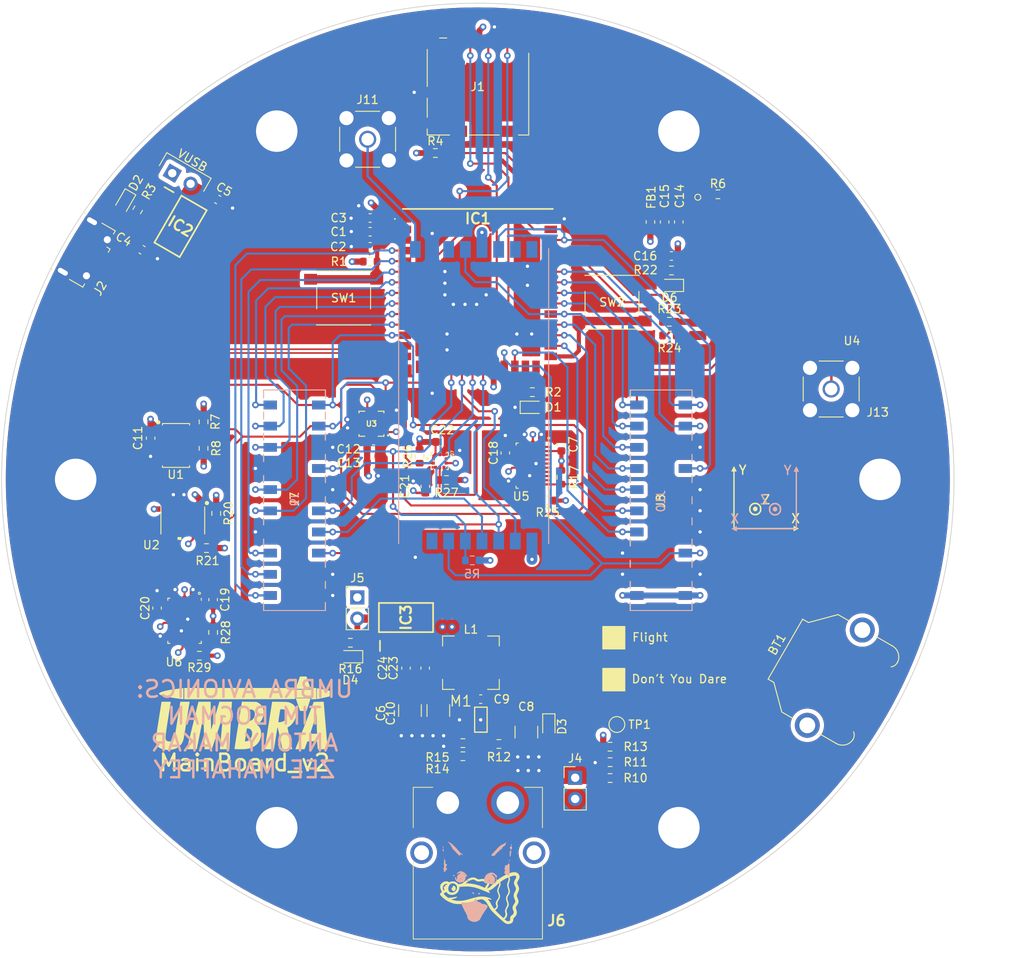
<source format=kicad_pcb>
(kicad_pcb (version 20211014) (generator pcbnew)
  (layers (0 "F.Cu" signal) (1 "In1.Cu" signal) (2 "In2.Cu" signal) (31 "B.Cu" signal) (34 "B.Paste" user) (35 "F.Paste" user) (36 "B.SilkS" user "B.Silkscreen") (37 "F.SilkS" user "F.Silkscreen") (38 "B.Mask" user) (39 "F.Mask" user) (44 "Edge.Cuts" user))
  (net 0 "")
  (net 1 "SPID")
  (net 2 "SPICLK")
  (net 3 "+3V3")
  (net 4 "GND")
  (net 5 "EN")
  (net 6 "VBUS")
  (net 7 "Net-(C5-Pad1)")
  (net 8 "Net-(C9-Pad1)")
  (net 9 "Net-(C9-Pad2)")
  (net 10 "Net-(D2-Pad2)")
  (net 11 "+BATT")
  (net 12 "Net-(D4-Pad2)")
  (net 13 "VBATT")
  (net 14 "USB_D-")
  (net 15 "USB_D+")
  (net 16 "Net-(IC1-Pad25)")
  (net 17 "BOOT")
  (net 19 "Net-(M1-PadEN)")
  (net 20 "Net-(M1-PadFB)")
  (net 23 "VCC")
  (net 24 "Net-(C14-Pad1)")
  (net 25 "Net-(BT1-Pad1)")
  (net 26 "Net-(D6-Pad2)")
  (net 27 "SDA")
  (net 28 "SCL")
  (net 29 "Net-(R22-Pad2)")
  (net 30 "TX")
  (net 31 "Net-(R23-Pad2)")
  (net 32 "RX")
  (net 33 "Net-(R24-Pad2)")
  (net 43 "Net-(C8-Pad1)")
  (net 44 "RG3v3")
  (net 55 "SPIQ")
  (net 56 "Net-(J13-Pad1)")
  (net 57 "Net-(D1-Pad2)")
  (net 58 "Net-(R10-Pad2)")
  (net 59 "Net-(C18-Pad1)")
  (net 60 "Net-(C20-Pad1)")
  (net 88 "IO39{slash}TCK")
  (net 89 "IO40{slash}TDO")
  (net 90 "IO41{slash}TDI")
  (net 92 "IO35")
  (net 93 "IO36")
  (net 94 "IO37")
  (net 95 "IO47")
  (net 96 "AIO4")
  (net 97 "AIO5")
  (net 98 "AIO6")
  (net 99 "AIO7")
  (net 100 "AIO15")
  (net 101 "AIO16")
  (net 102 "AIO18{slash}RX1")
  (net 103 "AIO17{slash}TX1")
  (net 105 "AIO10{slash}RF1_CS")
  (net 106 "AIO2{slash}RF1_IO0")
  (net 107 "AIO1{slash}SD_CS")
  (net 108 "IO21{slash}RF1_RST")
  (net 115 "IO38{slash}RF1_IO4")
  (net 116 "IO42{slash}TMS")
  (net 117 "RG5v")
  (net 120 "Net-(J11-Pad1)")
  (footprint "LOGO" (layer "F.Cu") (at 122 128)
    (fp_text reference "G***")
    (fp_text value "LOGO" hide)
  )
  (footprint "Resistor_SMD:R_0603_1608Metric" (layer "F.Cu") (at 156.54 89.53)
    (fp_text reference "R2")
    (fp_text value "1k")
  )
  (footprint "AVIONICS:SOT230P700X180-4N" (layer "F.Cu") (at 114.327671 69.638021 -30)
    (fp_text reference "IC2")
    (fp_text value "NCP1117IST33T3G" hide)
  )
  (footprint "Resistor_SMD:R_0603_1608Metric" (layer "F.Cu") (at 144.907 60.833)
    (fp_text reference "R4")
    (fp_text value "10k")
  )
  (footprint "Global Footprints:NPPC102KFMS-RC" (layer "F.Cu") (at 128 102.5 -90)
    (fp_text reference "J7")
    (fp_text value "1156915")
  )
  (footprint "Capacitor_SMD:C_0603_1608Metric" (layer "F.Cu") (at 150.342603 126.364998)
    (fp_text reference "C9")
    (fp_text value "100n")
  )
  (footprint "MainBoard_FootPrints:PQFN50P200X200X80-10N" (layer "F.Cu") (at 145.4282 97.786099)
    (fp_text reference "U7")
    (fp_text value "BMP390")
  )
  (footprint "Resistor_SMD:R_0603_1608Metric" (layer "F.Cu") (at 118.237 118.364 90)
    (fp_text reference "R28")
    (fp_text value "10k")
  )
  (footprint "Resistor_SMD:R_0603_1608Metric" (layer "F.Cu") (at 165.862 132.08)
    (fp_text reference "R13")
    (fp_text value "0")
  )
  (footprint "Capacitor_SMD:C_0603_1608Metric" (layer "F.Cu") (at 110.7356 95.0498 -90)
    (fp_text reference "C11")
    (fp_text value "220nF")
  )
  (footprint "Resistor_SMD:R_0603_1608Metric" (layer "F.Cu") (at 117.4395 108.2426 180)
    (fp_text reference "R21")
    (fp_text value "10k")
  )
  (footprint "Package_LGA:LGA-28_5.2x3.8mm_P0.5mm" (layer "F.Cu") (at 156.603 98.34875 -90)
    (fp_text reference "U5")
    (fp_text value "BNO055")
  )
  (footprint "LED_SMD:LED_0603_1608Metric" (layer "F.Cu") (at 156.57 91.35)
    (fp_text reference "D1")
    (fp_text value "LED")
  )
  (footprint "Resistor_SMD:R_0603_1608Metric" (layer "F.Cu") (at 165.8752 135.8392)
    (fp_text reference "R10")
    (fp_text value "R_US")
  )
  (footprint "AVIONICS:QFN300X300X100-16N" (layer "F.Cu") (at 137.2362 93.3196 180)
    (fp_text reference "U3")
    (fp_text value "H3LIS331DLTR")
  )
  (footprint "Resistor_SMD:R_0603_1608Metric" (layer "F.Cu") (at 178.816 65.786 180)
    (fp_text reference "R6")
    (fp_text value "10k")
  )
  (footprint "Capacitor_SMD:C_0603_1608Metric" (layer "F.Cu") (at 173.231 73.190399 180)
    (fp_text reference "C16")
    (fp_text value "1uF")
  )
  (footprint "Global Footprints:Avionics Mounting Hole" (layer "F.Cu") (at 125.87 58.205614)
    (fp_text reference "H4")
    (fp_text value "MountingHole_Pad")
  )
  (footprint "Inductor_SMD:L_0603_1608Metric" (layer "F.Cu") (at 170.7167 69.1094 90)
    (fp_text reference "FB1")
    (fp_text value "FerriteBead")
  )
  (footprint "LED_SMD:LED_0603_1608Metric" (layer "F.Cu") (at 134.70321 121.278478 180)
    (fp_text reference "D4")
    (fp_text value "LED")
  )
  (footprint "Resistor_SMD:R_0603_1608Metric" (layer "F.Cu") (at 143.015201 97.2291 -90)
    (fp_text reference "R26")
    (fp_text value "4.7k")
  )
  (footprint "Resistor_SMD:R_0603_1608Metric" (layer "F.Cu") (at 152.526997 131.749799 180)
    (fp_text reference "R12")
    (fp_text value "100k")
  )
  (footprint "Button_Switch_SMD:SW_Push_1P1T_NO_6x6mm_H9.5mm" (layer "F.Cu") (at 133.9 78.232 180)
    (fp_text reference "SW1")
    (fp_text value "SW_Push")
  )
  (footprint "Connector_PinHeader_2.54mm:PinHeader_1x02_P2.54mm_Vertical" (layer "F.Cu") (at 135.54151 114.166478)
    (fp_text reference "J5")
    (fp_text value "Conn_01x02")
  )
  (footprint "Resistor_SMD:R_0603_1608Metric" (layer "F.Cu") (at 118.6079 104.077 -90)
    (fp_text reference "R20")
    (fp_text value "10k")
  )
  (footprint "Capacitor_SMD:C_0603_1608Metric" (layer "F.Cu") (at 137.0796 68.6308 180)
    (fp_text reference "C3")
    (fp_text value "100nF")
  )
  (footprint "Resistor_SMD:R_0603_1608Metric" (layer "F.Cu") (at 160.032 99.74575 90)
    (fp_text reference "R17")
    (fp_text value "10k")
  )
  (footprint "Resistor_SMD:R_0603_1608Metric" (layer "F.Cu") (at 117.0856 96.2698 90)
    (fp_text reference "R8")
    (fp_text value "10k")
  )
  (footprint "Resistor_SMD:R_0603_1608Metric" (layer "F.Cu") (at 116.586 121.158 180)
    (fp_text reference "R29")
    (fp_text value "10k")
  )
  (footprint "AVIONICS:ADXL375BCCZ" (layer "F.Cu") (at 114.595901 104.929701 -90)
    (fp_text reference "U2")
    (fp_text value "ADXL375BCCZ")
  )
  (footprint "Global Footprints:Avionics Mounting Hole" (layer "F.Cu") (at 125.87 141.794386)
    (fp_text reference "H2")
    (fp_text value "MountingHole_Pad")
  )
  (footprint "Global Footprints:ESP32S3WROOM1UN4R2" (layer "F.Cu") (at 150 77.14)
    (fp_text reference "IC1")
    (fp_text value "ESP32-S3-WROOM-1U-N4R2" hide)
  )
  (footprint "LOGO" (layer "F.Cu") (at 150 150)
    (fp_text reference "G***")
    (fp_text value "LOGO" hide)
  )
  (footprint "Resistor_SMD:R_0603_1608Metric" (layer "F.Cu") (at 146.241 100.076)
    (fp_text reference "R27")
    (fp_text value "4.7k")
  )
  (footprint "Resistor_SMD:R_0603_1608Metric" (layer "F.Cu") (at 172.9867 82.734401)
    (fp_text reference "R24")
    (fp_text value "330")
  )
  (footprint "Global Footprints:Avionics Mounting Hole" (layer "F.Cu") (at 198.26 100)
    (fp_text reference "H1")
    (fp_text value "MountingHole_Pad")
  )
  (footprint "TestPoint:TestPoint_Pad_D1.5mm" (layer "F.Cu") (at 166.687 129.413)
    (fp_text reference "TP1")
    (fp_text value "TestPoint")
  )
  (footprint "Resistor_SMD:R_0603_1608Metric" (layer "F.Cu") (at 148.209 133.223)
    (fp_text reference "R14")
    (fp_text value "126k")
  )
  (footprint "Global Footprints:Avionics Mounting Hole" (layer "F.Cu") (at 101.74 100)
    (fp_text reference "H6")
    (fp_text value "MountingHole_Pad")
  )
  (footprint "Global Footprints:Avionics Mounting Hole" (layer "F.Cu") (at 174.13 141.794386)
    (fp_text reference "H3")
    (fp_text value "MountingHole_Pad")
  )
  (footprint "AVIONICS:FGPMMOPA6H" (layer "F.Cu") (at 187.071 62.4332)
    (fp_text reference "U4")
    (fp_text value "FGPMMOPA6H")
  )
  (footprint "Resistor_SMD:R_0603_1608Metric" (layer "F.Cu") (at 173.23475 74.9276)
    (fp_text reference "R22")
    (fp_text value "330")
  )
  (footprint "Connector_USB:USB_Micro-B_Molex-105017-0001" (layer "F.Cu") (at 103.01983 72.666824 -120)
    (fp_text reference "J2")
    (fp_text value "USB_B_Micro")
  )
  (footprint "Capacitor_SMD:C_0603_1608Metric" (layer "F.Cu") (at 137.0796 72.0898)
    (fp_text reference "C2")
    (fp_text value "1uF")
  )
  (footprint "Capacitor_SMD:C_0603_1608Metric" (layer "F.Cu") (at 109.704268 72.446534 -30)
    (fp_text reference "C4")
    (fp_text value "10uF")
  )
  (footprint "Capacitor_SMD:C_0603_1608Metric" (layer "F.Cu") (at 118.237 114.427 -90)
    (fp_text reference "C19")
    (fp_text value "100nF")
  )
  (footprint "Resistor_SMD:R_0603_1608Metric" (layer "F.Cu") (at 134.70321 119.602078 180)
    (fp_text reference "R16")
    (fp_text value "1k")
  )
  (footprint "Resistor_SMD:R_0603_1608Metric" (layer "F.Cu") (at 148.209 131.648198 180)
    (fp_text reference "R15")
    (fp_text value "24k")
  )
  (footprint "MainBoard_FootPrints:SOT230P700X180-4N" (layer "F.Cu") (at 141.38351 116.579478 90)
    (fp_text reference "IC3")
    (fp_text value "NCP1117IST33T3G" hide)
  )
  (footprint "Connector_Coaxial:SMA_Amphenol_901-144_Vertical" (layer "F.Cu") (at 192.405 89.154)
    (fp_text reference "J13")
    (fp_text value "Conn_Coaxial")
  )
  (footprint "Capacitor_SMD:C_0603_1608Metric" (layer "F.Cu") (at 174.1167 69.1094 -90)
    (fp_text reference "C14")
    (fp_text value "1uF")
  )
  (footprint "LED_SMD:LED_0603_1608Metric" (layer "F.Cu") (at 107.577053 66.772419 -120)
    (fp_text reference "D2")
    (fp_text value "LED")
  )
  (footprint "Capacitor_SMD:C_0603_1608Metric" (layer "F.Cu") (at 172.4167 69.1094 -90)
    (fp_text reference "C15")
    (fp_text value "0.01uF")
  )
  (footprint "Capacitor_SMD:C_0603_1608Metric" (layer "F.Cu") (at 143.701 100.837999 90)
    (fp_text reference "C21")
    (fp_text value "100nF")
  )
  (footprint "Global Footprints:NPPC102KFMS-RC" (layer "F.Cu") (at 172 102.5 -90)
    (fp_text reference "J8")
    (fp_text value "1156915")
  )
  (footprint "Capacitor_SMD:C_0603_1608Metric" (layer "F.Cu") (at 118.78345 66.412587 -30)
    (fp_text reference "C5")
    (fp_text value "10uF")
  )
  (footprint "Connector_PinHeader_2.54mm:PinHeader_1x02_P2.54mm_Vertical" (layer "F.Cu") (at 161.6824 135.8048)
    (fp_text reference "J4")
    (fp_text value "Conn_01x02")
  )
  (footprint "Resistor_SMD:R_0603_1608Metric" (layer "F.Cu") (at 117.0856 93.0948 -90)
    (fp_text reference "R7")
    (fp_text value "10k")
  )
  (footprint "Capacitor_SMD:C_0603_1608Metric" (layer "F.Cu") (at 137.490201 96.3676)
    (fp_text reference "C12")
    (fp_text value "100nF")
  )
  (footprint "Diode_SMD:D_0603_1608Metric" (layer "F.Cu") (at 158.521399 129.6162 -90)
    (fp_text reference "D3")
    (fp_text value "D_Schottky")
  )
  (footprint "Global Footprints:Avionics Mounting Hole" (layer "F.Cu") (at 174.13 58.205614)
    (fp_text reference "H5")
    (fp_text value "MountingHole_Pad")
  )
  (footprint "Inductor_SMD:L_Bourns-SRN6028" (layer "F.Cu") (at 149.174199 121.996197 180)
    (fp_text reference "L1")
    (fp_text value "22u")
  )
  (footprint "Resistor_SMD:R_0603_1608Metric" (layer "F.Cu") (at 137.0796 73.8632)
    (fp_text reference "R1")
    (fp_text value "10k")
  )
  (footprint "AVIONICS:MS860702BA01-50" (layer "F.Cu") (at 113.7836 95.9258)
    (fp_text reference "U1")
    (fp_text value "MS8607")
  )
  (footprint "Resistor_SMD:R_0603_1608Metric" (layer "F.Cu") (at 158.381 102.53975 180)
    (fp_text reference "R25")
    (fp_text value "10k")
  )
  (footprint "Package_LGA:LGA-28_5.2x3.8mm_P0.5mm" (layer "F.Cu") (at 114.808 116.967 -90)
    (fp_text reference "U6")
    (fp_text value "BNO055")
  )
  (footprint "Capacitor_SMD:C_0603_1608Metric" (layer "F.Cu") (at 145.733 95.503999)
    (fp_text reference "C22")
    (fp_text value "100nF")
  )
  (footprint "LOGO" (layer "F.Cu") (at 184.5056 102.235)
    (fp_text reference "G***")
    (fp_text value "LOGO" hide)
  )
  (footprint "Resistor_SMD:R_0603_1608Metric" (layer "F.Cu") (at 165.8752 133.9342 180)
    (fp_text reference "R11")
    (fp_text value "R_US")
  )
  (footprint "Capacitor_SMD:C_0603_1608Metric" (layer "F.Cu") (at 111.506 115.443 90)
    (fp_text reference "C20")
    (fp_text value "100nF")
  )
  (footprint "Capacitor_SMD:C_1210_3225Metric" (layer "F.Cu") (at 145.2626 127.736598 90)
    (fp_text reference "C10")
    (fp_text value "22u")
  )
  (footprint "LED_SMD:LED_0603_1608Metric" (layer "F.Cu") (at 173.2056 76.720999 180)
    (fp_text reference "D6")
    (fp_text value "LED")
  )
  (footprint "Connector_PinHeader_2.54mm:PinHeader_1x02_P2.54mm_Vertical" (layer "F.Cu") (at 113.332491 63.253924 60)
    (fp_text reference "J3")
    (fp_text value "Conn_01x02")
  )
  (footprint "Connector_Coaxial:SMA_Amphenol_901-144_Vertical" (layer "F.Cu") (at 136.779 59.182)
    (fp_text reference "J11")
    (fp_text value "Conn_Coaxial")
  )
  (footprint "AVIONICS:XT60PWM" (layer "F.Cu") (at 150 138.8 180)
    (fp_text reference "J6")
    (fp_text value "XT60PW-M" hide)
  )
  (footprint "Capacitor_SMD:C_0603_1608Metric" (layer "F.Cu") (at 160.032 95.80875 -90)
    (fp_text reference "C7")
    (fp_text value "100nF")
  )
  (footprint "Capacitor_SMD:C_0603_1608Metric" (layer "F.Cu") (at 137.0796 70.2818 180)
    (fp_text reference "C1")
    (fp_text value "22uF")
  )
  (footprint "Resistor_SMD:R_0603_1608Metric" (layer "F.Cu") (at 109.182928 67.654904 -120)
    (fp_text reference "R3")
    (fp_text value "1k")
  )
  (footprint "Capacitor_SMD:C_0603_1608Metric" (layer "F.Cu") (at 137.4902 98.0186)
    (fp_text reference "C13")
    (fp_text value "10uF")
  )
  (footprint "Connector_Card:microSD_HC_Molex_104031-0811" (layer "F.Cu") (at 150 52.85)
    (fp_text reference "J1")
    (fp_text value "Micro_SD_Card")
  )
  (footprint "Capacitor_SMD:C_0603_1608Metric" (layer "F.Cu") (at 141.38351 122.646478 -90)
    (fp_text reference "C24")
    (fp_text value "10uF")
  )
  (footprint "Button_Switch_SMD:SW_Push_1P1T_NO_6x6mm_H9.5mm" (layer "F.Cu") (at 166.1 78.74 180)
    (fp_text reference "SW2")
    (fp_text value "SW_Push")
  )
  (footprint "Capacitor_SMD:C_0603_1608Metric" (layer "F.Cu") (at 153.301 96.82475 90)
    (fp_text reference "C18")
    (fp_text value "100nF")
  )
  (footprint "Capacitor_SMD:C_1210_3225Metric" (layer "F.Cu") (at 141.858999 127.7366 -90)
    (fp_text reference "C6")
    (fp_text value "22u")
  )
  (footprint "Battery:BatteryHolder_Keystone_3001_1x12mm" (layer "F.Cu") (at 192.84005 123.793668 60)
    (fp_text reference "BT1")
    (fp_text value "3.7V LION")
  )
  (footprint "Capacitor_SMD:C_0603_1608Metric" (layer "F.Cu") (at 143.68351 122.646478 -90)
    (fp_text reference "C23")
    (fp_text value "10uF")
  )
  (footprint "Resistor_SMD:R_0603_1608Metric" (layer "F.Cu") (at 172.9867 81.083399)
    (fp_text reference "R23")
    (fp_text value "330")
  )
  (footprint "AVIONICS:TP6841S6-TP6841S6-A" (layer "F.Cu") (at 153.11447 119.931718)
    (fp_text reference "M1")
    (fp_text value "TP6841S6-A")
  )
  (footprint "Capacitor_SMD:C_1210_3225Metric" (layer "F.Cu") (at 155.829 130.3274 -90)
    (fp_text reference "C8")
    (fp_text value "47u")
  )
  (footprint "Global Footprints:NPPC102KFMS-RC" (layer "B.Cu") (at 172 102.5 -90)
    (fp_text reference "J10")
    (fp_text value "1156915")
  )
  (footprint "LOGO" (layer "B.Cu") (at 184.4548 102.2604 180)
    (fp_text reference "G***")
    (fp_text value "LOGO" hide)
  )
  (footprint "mainboard:RFM95PW" (layer "B.Cu") (at 150 90 90)
    (fp_text reference "U8" hide)
    (fp_text value "RFM98PW" hide)
  )
  (footprint "Resistor_SMD:R_0603_1608Metric" (layer "B.Cu") (at 149.33 109.72 180)
    (fp_text reference "R5")
    (fp_text value "10k")
  )
  (footprint "Global Footprints:NPPC102KFMS-RC" (layer "B.Cu") (at 128 102.5 -90)
    (fp_text reference "J9")
    (fp_text value "1156915")
  )
  (footprint "clipboard:1b5a32e4-0b8e-4f38-b679-71dc277c2087" (layer "B.Cu") (at 150 153 180)
    (fp_text reference "")
    (fp_text value "")
  )
  (gr_poly (pts (xy 164.9984 122.682) (xy 167.64 122.682) (xy 167.639999 125.3744) (xy 164.9984 125.374401)) (layer "F.SilkS") (width 0.12) (fill solid))
  (gr_circle (center 117.4903 102.8324) (end 117.4903 103.086399) (layer "F.SilkS") (width 0.0001) (fill solid))
  (gr_circle (center 111.6426 93.1456) (end 111.8966 93.1456) (layer "F.SilkS") (width 0.0001) (fill solid))
  (gr_poly (pts (xy 164.9984 117.6528) (xy 167.64 117.6528) (xy 167.64 120.3452) (xy 164.9984 120.3452)) (layer "F.SilkS") (width 0.12) (fill solid))
  (gr_circle (center 158.508 95.04675) (end 158.508 95.17375) (layer "F.SilkS") (width 0.12) (fill none))
  (gr_circle (center 116.586 113.665) (end 116.713 113.665) (layer "F.SilkS") (width 0.12) (fill none))
  (gr_circle (center 150 100) (end 207.15 100) (layer "Edge.Cuts") (width 0.1) (fill none))
  (gr_text "UMBRA AVIONICS:\nTIM BOGMAN\nANTONY MAKAR\nZEE MAHAFFEY" (at 122 130) (layer "B.SilkS") (effects (font (size 2 2) (thickness 0.3)) (justify mirror)))
  (gr_text "VUSB" (at 115.743809 61.72437 330) (layer "F.SilkS") (effects (font (size 1 1))))
  (gr_text "Don't You Dare" (at 174.1932 123.952) (layer "F.SilkS") (effects (font (size 1 1))))
  (gr_text "MainBoard_v2" (at 122 134) (layer "F.SilkS") (effects (font (size 2 2) (thickness 0.3))))
  (gr_text "Flight\n" (at 170.662599 118.9482) (layer "F.SilkS") (effects (font (size 1 1))))
  (segment (start 153.543 47.448) (end 153.495 47.4) (width 0.25) (layer "F.Cu") (net 1))
  (segment (start 147.828 66.294) (end 147.828 65.532) (width 0.25) (layer "F.Cu") (net 1))
  (segment (start 148.095 89.802) (end 150.114 91.821) (width 0.25) (layer "F.Cu") (net 1))
  (segment (start 132.588 103.77) (end 130.9083 103.77) (width 0.25) (layer "F.Cu") (net 1))
  (segment (start 148.095 86.49) (end 148.095 82.817) (width 0.25) (layer "F.Cu") (net 1))
  (segment (start 148.095 88.392) (end 148.095 89.802) (width 0.25) (layer "F.Cu") (net 1))
  (segment (start 144.78 79.502) (end 144.78 73.533) (width 0.25) (layer "F.Cu") (net 1))
  (segment (start 153.543 49.149) (end 153.543 47.448) (width 0.25) (layer "F.Cu") (net 1))
  (segment (start 150.114 91.821) (end 152.019 91.821) (width 0.25) (layer "F.Cu") (net 1))
  (segment (start 144.78 73.533) (end 147.828 70.485) (width 0.25) (layer "F.Cu") (net 1))
  (segment (start 148.095 86.49) (end 148.095 88.392) (width 0.25) (layer "F.Cu") (net 1))
  (segment (start 148.095 82.817) (end 144.78 79.502) (width 0.25) (layer "F.Cu") (net 1))
  (segment (start 147.828 70.485) (end 147.828 66.294) (width 0.25) (layer "F.Cu") (net 1))
  (segment (start 147.828 65.532) (end 147.701 65.405) (width 0.25) (layer "F.Cu") (net 1))
  (via (at 147.828 65.405) (size 0.8) (drill 0.4) (layers "F.Cu" "B.Cu") (net 1))
  (via (at 132.588 103.77) (size 0.8) (drill 0.4) (layers "F.Cu" "B.Cu") (net 1))
  (via (at 153.543 49.149) (size 0.8) (drill 0.4) (layers "F.Cu" "B.Cu") (net 1))
  (via (at 148.095 88.392) (size 0.8) (drill 0.4) (layers "F.Cu" "B.Cu") (net 1))
  (via (at 152.019 91.821) (size 0.8) (drill 0.4) (layers "F.Cu" "B.Cu") (net 1))
  (segment (start 153.543 50.038) (end 153.543 49.149) (width 0.25) (layer "B.Cu") (net 1))
  (segment (start 134.874 102.489) (end 133.593 103.77) (width 0.25) (layer "B.Cu") (net 1))
  (segment (start 150.749 100.965) (end 154.5 104.716) (width 0.25) (layer "B.Cu") (net 1))
  (segment (start 152.273 65.405) (end 153.543 64.135) (width 0.25) (layer "B.Cu") (net 1))
  (segment (start 147.828 65.405) (end 152.273 65.405) (width 0.25) (layer "B.Cu") (net 1))
  (segment (start 134.874 99.695) (end 134.874 102.489) (width 0.25) (layer "B.Cu") (net 1))
  (segment (start 153.543 64.135) (end 153.543 50.038) (width 0.25) (layer "B.Cu") (net 1))
  (segment (start 144.145 98.044) (end 136.525 98.044) (width 0.25) (layer "B.Cu") (net 1))
  (segment (start 145.542 96.647) (end 144.145 98.044) (width 0.25) (layer "B.Cu") (net 1))
  (segment (start 154.5 104.716) (end 154.5 107.4) (width 0.25) (layer "B.Cu") (net 1))
  (segment (start 148.095 91.681) (end 145.542 94.234) (width 0.25) (layer "B.Cu") (net 1))
  (segment (start 152.019 91.821) (end 152.019 93.853) (width 0.25) (layer "B.Cu") (net 1))
  (segment (start 152.019 93.853) (end 150.749 95.123) (width 0.25) (layer "B.Cu") (net 1))
  (segment (start 148.095 88.392) (end 148.095 91.681) (width 0.25) (layer "B.Cu") (net 1))
  (segment (start 132.45 103.77) (end 132.588 103.632) (width 0.25) (layer "B.Cu") (net 1))
  (segment (start 136.525 98.044) (end 134.874 99.695) (width 0.25) (layer "B.Cu") (net 1))
  (segment (start 133.593 103.77) (end 132.588 103.77) (width 0.25) (layer "B.Cu") (net 1))
  (segment (start 130.9083 103.77) (end 132.45 103.77) (width 0.25) (layer "B.Cu") (net 1))
  (segment (start 150.749 95.123) (end 150.749 100.965) (width 0.25) (layer "B.Cu") (net 1))
  (segment (start 145.542 94.234) (end 145.542 96.647) (width 0.25) (layer "B.Cu") (net 1))
  (segment (start 149.365 82.664) (end 152.273 79.756) (width 0.25) (layer "F.Cu") (net 2))
  (segment (start 152.273 79.756) (end 152.273 64.77) (width 0.25) (layer "F.Cu") (net 2))
  (segment (start 149.365 86.49) (end 149.365 88.392) (width 0.25) (layer "F.Cu") (net 2))
  (segment (start 149.365 86.49) (end 149.365 82.664) (width 0.25) (layer "F.Cu") (net 2))
  (segment (start 151.13 47.565) (end 151.295 47.4) (width 0.25) (layer "F.Cu") (net 2))
  (segment (start 132.45 106.31) (end 132.588 106.172) (width 0.25) (layer "F.Cu") (net 2))
  (segment (start 151.257 49.149) (end 151.257 47.565) (width 0.25) (layer "F.Cu") (net 2))
  (segment (start 130.9083 106.31) (end 132.45 106.31) (width 0.25) (layer "F.Cu") (net 2))
  (segment (start 152.273 64.77) (end 151.257 63.754) (width 0.25) (layer "F.Cu") (net 2))
  (via (at 151.257 63.754) (size 0.8) (drill 0.4) (layers "F.Cu" "B.Cu") (net 2))
  (via (at 151.257 49.149) (size 0.8) (drill 0.4) (layers "F.Cu" "B.Cu") (net 2))
  (via (at 149.365 88.392) (size 0.8) (drill 0.4) (layers "F.Cu" "B.Cu") (net 2))
  (via (at 132.588 106.31) (size 0.8) (drill 0.4) (layers "F.Cu" "B.Cu") (net 2))
  (segment (start 149.365 92.316) (end 146.558 95.123) (width 0.25) (layer "B.Cu") (net 2))
  (segment (start 145.034 101.9175) (end 145.415 102.2985) (width 0.25) (layer "B.Cu") (net 2))
  (segment (start 132.588 106.31) (end 130.9083 106.31) (width 0.25) (layer "B.Cu") (net 2))
  (segment (start 151.257 63.754) (end 151.257 49.149) (width 0.25) (layer "B.Cu") (net 2))
  (segment (start 145.034 101.9175) (end 145.034 102.2985) (width 0.25) (layer "B.Cu") (net 2))
  (segment (start 132.599 106.299) (end 132.588 106.31) (width 0.25) (layer "B.Cu") (net 2))
  (segment (start 144.653 102.2985) (end 138.3665 102.2985) (width 0.25) (layer "B.Cu") (net 2))
  (segment (start 146.558 97.282) (end 145.034 98.806) (width 0.25) (layer "B.Cu") (net 2))
  (segment (start 145.034 102.2985) (end 144.653 102.2985) (width 0.25) (layer "B.Cu") (net 2))
  (segment (start 138.3665 102.2985) (end 134.366 106.299) (width 0.25) (layer "B.Cu") (net 2))
  (segment (start 145.034 101.9175) (end 144.653 102.2985) (width 0.25) (layer "B.Cu") (net 2))
  (segment (start 146.558 95.123) (end 146.558 97.282) (width 0.25) (layer "B.Cu") (net 2))
  (segment (start 134.366 106.299) (end 132.599 106.299) (width 0.25) (layer "B.Cu") (net 2))
  (segment (start 149.365 88.392) (end 149.365 92.316) (width 0.25) (layer "B.Cu") (net 2))
  (segment (start 150.5 107.4) (end 150.5 104.4625) (width 0.25) (layer "B.Cu") (net 2))
  (segment (start 148.336 102.2985) (end 145.034 102.2985) (width 0.25) (layer "B.Cu") (net 2))
  (segment (start 145.034 98.806) (end 145.034 102.264) (width 0.25) (layer "B.Cu") (net 2))
  (segment (start 145.034 102.264) (end 145.05 102.28) (width 0.25) (layer "B.Cu") (net 2))
  (segment (start 150.5 104.4625) (end 148.336 102.2985) (width 0.25) (layer "B.Cu") (net 2))
  (segment (start 138.7062 94.3196) (end 140.129202 94.3196) (width 0.25) (layer "F.Cu") (net 3))
  (segment (start 137.2362 91.821) (end 137.2362 91.8496) (width 0.25) (layer "F.Cu") (net 3))
  (segment (start 154.13 98.59875) (end 153.682 99.04675) (width 0.25) (layer "F.Cu") (net 3))
  (segment (start 146.1902 99.1831) (end 146.9522 99.1831) (width 0.25) (layer "F.Cu") (net 3))
  (segment (start 137.8546 68.6308) (end 137.8546 67.4624) (width 0.75) (layer "F.Cu") (net 3))
  (segment (start 142.6257 101.612999) (end 142.2532 101.240499) (width 0.3) (layer "F.Cu") (net 3))
  (segment (start 118.237 116.395) (end 118.237 117.539) (width 0.5) (layer "F.Cu") (net 3))
  (segment (start 175.895 113.919) (end 175.884 113.93) (width 0.7) (layer "F.Cu") (net 3))
  (segment (start 114.558 120.265) (end 114.558 119.3545) (width 0.25) (layer "F.Cu") (net 3))
  (segment (start 111.6842 94.0508) (end 110.9596 94.0508) (width 0.75) (layer "F.Cu") (net 3))
  (segment (start 136.7362 91.7622) (end 136.9568 91.5416) (width 0.25) (layer "F.Cu") (net 3))
  (segment (start 160.032 98.92075) (end 160.032 97.77675) (width 0.5) (layer "F.Cu") (net 3))
  (segment (start 175.884 113.93) (end 169.0917 113.93) (width 0.7) (layer "F.Cu") (net 3))
  (segment (start 112.595902 104.6482) (end 112.877403 104.929701) (width 0.65) (layer "F.Cu") (net 3))
  (segment (start 150.195 46.147) (end 150.622 45.72) (width 0.7) (layer "F.Cu") (net 3))
  (segment (start 136.715201 96.3676) (end 136.715201 94.810599) (width 0.75) (layer "F.Cu") (net 3))
  (segment (start 137.8546 69.1236) (end 138.7066 69.9756) (width 0.75) (layer "F.Cu") (net 3))
  (segment (start 146.22388 98.050619) (end 147.3332 98.050619) (width 0.25) (layer "F.Cu") (net 3))
  (segment (start 110.9596 94.0508) (end 110.7356 94.2748) (width 0.75) (layer "F.Cu") (net 3))
  (segment (start 136.7152 98.0186) (end 136.715201 96.3676) (width 0.75) (layer "F.Cu") (net 3))
  (segment (start 146.9522 99.1831) (end 147.066 99.296899) (width 0.25) (layer "F.Cu") (net 3))
  (segment (start 117.1036 98.4288) (end 117.1036 97.1128) (width 0.75) (layer "F.Cu") (net 3))
  (segment (start 136.7362 91.8496) (end 136.8266 91.8496) (width 0.25) (layer "F.Cu") (net 3))
  (segment (start 112.595902 103.5588) (end 112.595902 104.6482) (width 0.65) (layer "F.Cu") (net 3))
  (segment (start 116.4705 115.217) (end 118.222 115.217) (width 0.25) (layer "F.Cu") (net 3))
  (segment (start 115.058 114.232) (end 115.058 114.5795) (width 0.25) (layer "F.Cu") (net 3))
  (segment (start 145.9282 98.921099) (end 146.1902 99.1831) (width 0.25) (layer "F.Cu") (net 3))
  (segment (start 175.895 113.919) (end 174.9193 113.919) (width 0.7) (layer "F.Cu") (net 3))
  (segment (start 144.958 95.504) (end 143.265301 95.504) (width 0.7) (layer "F.Cu") (net 3))
  (segment (start 138.7066 69.9756) (end 138.731 70) (width 0.75) (layer "F.Cu") (net 3))
  (segment (start 134.959 73.8632) (end 136.2546 73.8632) (width 0.75) (layer "F.Cu") (net 3))
  (segment (start 118.237 116.395) (end 118.237 115.202) (width 0.5) (layer "F.Cu") (net 3))
  (segment (start 174.9193 113.919) (end 174.9083 113.93) (width 0.25) (layer "F.Cu") (net 3))
  (segment (start 156.603 95.36375) (end 156.603 94.60175) (width 0.25) (layer "F.Cu") (net 3))
  (segment (start 147.066 99.296899) (end 147.066 100.076) (width 0.25) (layer "F.Cu") (net 3))
  (segment (start 117.1036 90.9358) (end 117.1036 92.2518) (width 0.75) (layer "F.Cu") (net 3))
  (segment (start 169.04585 113.919) (end 167.50415 113.919) (width 0.7) (layer "F.Cu") (net 3))
  (segment (start 118.745 121.158) (end 117.411 121.158) (width 0.5) (layer "F.Cu") (net 3))
  (segment (start 110.7282 93.3234) (end 110.9568 93.3234) (width 0.75) (layer "F.Cu") (net 3))
  (segment (start 114.808 113.982) (end 115.058 114.232) (width 0.25) (layer "F.Cu") (net 3))
  (segment (start 116.595902 102.359401) (end 116.052901 101.8164) (width 0.75) (layer "F.Cu") (net 3))
  (segment (start 117.1036 97.1128) (end 117.0856 97.0948) (width 0.75) (layer "F.Cu") (net 3))
  (segment (start 116.595902 103.5588) (end 116.595902 102.359401) (width 0.75) (layer "F.Cu") (net 3))
  (segment (start 119.6239 108.2426) (end 118.2645 108.2426) (width 0.75) (layer "F.Cu") (net 3))
  (segment (start 110.7282 94.2674) (end 110.7356 94.2748) (width 0.75) (layer "F.Cu") (net 3))
  (segment (start 170.7045 69.9091) (end 170.7167 69.8969) (width 0.75) (layer "F.Cu") (net 3))
  (segment (start 136.7362 91.8496) (end 136.7362 91.321) (width 0.25) (layer "F.Cu") (net 3))
  (segment (start 144.082 60.833) (end 142.621 60.833) (width 0.7) (layer "F.Cu") (net 3))
  (segment (start 144.9282 97.0211) (end 144.9282 95.533799) (width 0.25) (layer "F.Cu") (net 3))
  (segment (start 156.353 95.96125) (end 156.353 95.61375) (width 0.25) (layer "F.Cu") (net 3))
  (segment (start 114.558 114.5795) (end 114.558 114.232) (width 0.25) (layer "F.Cu") (net 3))
  (segment (start 176.67685 113.919) (end 175.895 113.919) (width 0.7) (layer "F.Cu") (net 3))
  (segment (start 118.222 115.217) (end 118.237 115.202) (width 0.25) (layer "F.Cu") (net 3))
  (segment (start 136.7152 98.0186) (end 136.7152 99.4026) (width 0.75) (layer "F.Cu") (net 3))
  (segment (start 138.1364 70) (end 137.8546 70.2818) (width 0.75) (layer "F.Cu") (net 3))
  (segment (start 154.9405 98.59875) (end 154.13 98.59875) (width 0.25) (layer "F.Cu") (net 3))
  (segment (start 137.8546 68.6308) (end 137.8546 69.1236) (width 0.75) (layer "F.Cu") (net 3))
  (segment (start 136.7152 99.4026) (end 136.906 99.5934) (width 0.75) (layer "F.Cu") (net 3))
  (segment (start 136.7362 91.8496) (end 136.7362 91.7622) (width 0.25) (layer "F.Cu") (net 3))
  (segment (start 156.603 95.36375) (end 156.853 95.61375) (width 0.25) (layer "F.Cu") (net 3))
  (segment (start 112.335 117.217) (end 113.1455 117.217) (width 0.25) (layer "F.Cu") (net 3))
  (segment (start 115.795901 106.300601) (end 115.795901 107.193799) (width 0.25) (layer "F.Cu") (net 3))
  (segment (start 156.853 95.61375) (end 156.853 95.96125) (width 0.25) (layer "F.Cu") (net 3))
  (segment (start 160.017 96.59875) (end 160.032 96.58375) (width 0.25) (layer "F.Cu") (net 3))
  (segment (start 112.5771 94.0508) (end 111.6842 94.0508) (width 0.75) (layer "F.Cu") (net 3))
  (segment (start 136.7362 94.7896) (end 137.026689 94.7896) (width 0.75) (layer "F.Cu") (net 3))
  (segment (start 167.50415 113.919) (end 167.36615 114.057) (width 0.25) (layer "F.Cu") (net 3))
  (segment (start 111.887 117.665) (end 112.335 117.217) (width 0.25) (layer "F.Cu") (net 3))
  (segment (start 144.9282 97.0211) (end 144.7962 97.0211) (width 0.25) (layer "F.Cu") (net 3))
  (segment (start 136.8266 91.8496) (end 136.9695 91.7067) (width 0.25) (layer "F.Cu") (net 3))
  (segment (start 137.2362 91.8496) (end 136.7362 91.8496) (width 0.25) (layer "F.Cu") (net 3))
  (segment (start 159.206 102.53975) (end 160.54 102.53975) (width 0.5) (layer "F.Cu") (net 3))
  (segment (start 137.8546 68.6308) (end 137.8546 70.2818) (width 0.75) (layer "F.Cu") (net 3))
  (segment (start 145.9282 98.5511) (end 145.9282 98.921099) (width 0.25) (layer "F.Cu") (net 3))
  (segment (start 110.9568 93.3234) (end 111.6842 94.0508) (width 0.75) (layer "F.Cu") (net 3))
  (segment (start 150.195 46.147) (end 150.195 47.4) (width 0.7) (layer "F.Cu") (net 3))
  (segment (start 115.795901 107.193799) (end 115.2551 107.7346) (width 0.25) (layer "F.Cu") (net 3))
  (segment (start 110.7282 93.3234) (end 110.7282 94.2674) (width 0.75) (layer "F.Cu") (net 3))
  (segment (start 136.7362 91.321) (end 136.7362 90.4574) (width 0.25) (layer "F.Cu") (net 3))
  (segment (start 143.701 101.613) (end 142.6257 101.612999) (width 0.3) (layer "F.Cu") (net 3))
  (segment (start 117.1036 92.2518) (end 117.0856 92.2698) (width 0.75) (layer "F.Cu") (net 3))
  (segment (start 114.046 120.777) (end 114.558 120.265) (width 0.25) (layer "F.Cu") (net 3))
  (segment (start 139.296 70) (end 138.1364 70) (width 0.75) (layer "F.Cu") (net 3))
  (segment (start 136.7362 91.321) (end 136.9568 91.5416) (width 0.25) (layer "F.Cu") (net 3))
  (segment (start 118.6079 101.8926) (end 118.6079 103.252) (width 0.75) (layer "F.Cu") (net 3))
  (segment (start 148.4762 100.072099) (end 147.0152 100.072099) (width 0.7) (layer "F.Cu") (net 3))
  (segment (start 143.015201 95.1191) (end 143.015201 96.4041) (width 0.7) (layer "F.Cu") (net 3))
  (segment (start 160.032 97.77675) (end 160.032 96.58375) (width 0.5) (layer "F.Cu") (net 3))
  (segment (start 156.353 95.61375) (end 156.603 95.36375) (width 0.25) (layer "F.Cu") (net 3))
  (segment (start 136.9695 91.7067) (end 137.1219 91.7067) (width 0.25) (layer "F.Cu") (net 3))
  (segment (start 114.558 114.232) (end 114.808 113.982) (width 0.25) (layer "F.Cu") (net 3))
  (segment (start 114.808 113.982) (end 114.808 113.347) (width 0.25) (layer "F.Cu") (net 3))
  (segment (start 134.9336 73.8886) (end 134.959 73.8632) (width 0.75) (layer "F.Cu") (net 3))
  (segment (start 137.1219 91.7067) (end 137.2362 91.821) (width 0.25) (layer "F.Cu") (net 3))
  (segment (start 138.1608 69.9756) (end 138.7066 69.9756) (width 0.75) (layer "F.Cu") (net 3))
  (segment (start 144.7962 97.0211) (end 144.663199 97.1541) (width 0.25) (layer "F.Cu") (net 3))
  (segment (start 136.9568 91.5416) (end 137.1219 91.7067) (width 0.25) (layer "F.Cu") (net 3))
  (segment (start 140.129202 94.3196) (end 140.195601 94.253201) (width 0.25) (layer "F.Cu") (net 3))
  (segment (start 110.7282 92.7646) (end 110.7282 93.3234) (width 0.75) (layer "F.Cu") (net 3))
  (segment (start 111.150701 103.558101) (end 112.595203 103.558101) (width 0.65) (layer "F.Cu") (net 3))
  (segment (start 138.731 70) (end 139.296 70) (width 0.75) (layer "F.Cu") (net 3))
  (segment (start 139.296 70) (end 141.25 70) (width 0.75) (layer "F.Cu") (net 3))
  (segment (start 170.7045 71.4592) (end 170.7045 69.9091) (width 0.75) (layer "F.Cu") (net 3))
  (segment (start 137.8546 67.4624) (end 137.1942 66.802) (width 0.75) (layer "F.Cu") (net 3))
  (segment (start 136.7362 90.4574) (end 136.7282 90.4494) (width 0.25) (layer "F.Cu") (net 3))
  (segment (start 137.8546 70.2818) (end 138.1608 69.9756) (width 0.75) (layer "F.Cu") (net 3))
  (segment (start 114.808 113.347) (end 114.681 113.22) (width 0.25) (layer "F.Cu") (net 3))
  (segment (start 158.2655 96.59875) (end 160.017 96.59875) (width 0.25) (layer "F.Cu") (net 3))
  (segment (start 144.663199 97.1541) (end 144.663199 97.52158) (width 0.25) (layer "F.Cu") (net 3))
  (segment (start 136.715201 94.810599) (end 136.7362 94.7896) (width 0.75) (layer "F.Cu") (net 3))
  (via (at 117.1036 98.4288) (size 0.8) (drill 0.4) (layers "F.Cu" "B.Cu") (net 3))
  (via (at 153.682 99.04675) (size 0.8) (drill 0.4) (layers "F.Cu" "B.Cu") (net 3))
  (via (at 111.887 117.665) (size 0.8) (drill 0.4) (layers "F.Cu" "B.Cu") (net 3))
  (via (at 156.603 94.60175) (size 0.8) (drill 0.4) (layers "F.Cu" "B.Cu") (net 3))
  (via (at 142.621 60.833) (size 0.8) (drill 0.4) (layers "F.Cu" "B.Cu") (net 3))
  (via (at 136.7282 90.4494) (size 0.8) (drill 0.4) (layers "F.Cu" "B.Cu") (net 3))
  (via (at 118.237 116.395) (size 0.8) (drill 0.4) (layers "F.Cu" "B.Cu") (net 3))
  (via (at 115.2551 107.7346) (size 0.8) (drill 0.4) (layers "F.Cu" "B.Cu") (net 3))
  (via (at 137.1942 66.802) (size 0.8) (drill 0.4) (layers "F.Cu" "B.Cu") (net 3))
  (via (at 142.2532 101.346) (size 0.8) (drill 0.4) (layers "F.Cu" "B.Cu") (net 3))
  (via (at 167.36615 113.919) (size 0.8) (drill 0.4) (layers "F.Cu" "B.Cu") (net 3))
  (via (at 156.5 109.601) (size 0.8) (drill 0.4) (layers "F.Cu" "B.Cu") (net 3))
  (via (at 116.052901 101.8164) (size 0.8) (drill 0.4) (layers "F.Cu" "B.Cu") (net 3))
  (via (at 176.67685 113.919) (size 0.8) (drill 0.4) (layers "F.Cu" "B.Cu") (net 3))
  (via (at 170.7045 71.4592) (size 0.8) (drill 0.4) (layers "F.Cu" "B.Cu") (net 3))
  (via (at 151.48 109.72) (size 0.8) (drill 0.4) (layers "F.Cu" "B.Cu") (net 3))
  (via (at 110.7282 92.7646) (size 0.8) (drill 0.4) (layers "F.Cu" "B.Cu") (net 3))
  (via (at 118.745 121.158) (size 0.8) (drill 0.4) (layers "F.Cu" "B.Cu") (net 3))
  (via (at 143.015201 95.1191) (size 0.8) (drill 0.4) (layers "F.Cu" "B.Cu") (net 3))
  (via (at 111.150701 103.558101) (size 0.8) (drill 0.4) (layers "F.Cu" "B.Cu") (net 3))
  (via (at 117.1036 90.9358) (size 0.8) (drill 0.4) (layers "F.Cu" "B.Cu") (net 3))
  (via (at 118.6079 101.8926) (size 0.8) (drill 0.4) (layers "F.Cu" "B.Cu") (net 3))
  (via (at 148.4762 100.072099) (size 0.8) (drill 0.4) (layers "F.Cu" "B.Cu") (net 3))
  (via (at 114.046 120.777) (size 0.8) (drill 0.4) (layers "F.Cu" "B.Cu") (net 3))
  (via (at 160.032 97.77675) (size 0.8) (drill 0.4) (layers "F.Cu" "B.Cu") (net 3))
  (via (at 147.3332 98.050619) (size 0.8) (drill 0.4) (layers "F.Cu" "B.Cu") (net 3))
  (via (at 140.195601 94.278601) (size 0.8) (drill 0.4) (layers "F.Cu" "B.Cu") (net 3))
  (via (at 114.808 113.22) (size 0.8) (drill 0.4) (layers "F.Cu" "B.Cu") (net 3))
  (via (at 136.906 99.5934) (size 0.8) (drill 0.4) (layers "F.Cu" "B.Cu") (net 3))
  (via (at 160.54 102.53975) (size 0.8) (drill 0.4) (layers "F.Cu" "B.Cu") (net 3))
  (via (at 119.6239 108.2426) (size 0.8) (drill 0.4) (layers "F.Cu" "B.Cu") (net 3))
  (via (at 150.622 45.7) (size 0.8) (drill 0.4) (layers "F.Cu" "B.Cu") (net 3))
  (via (at 134.9082 73.8632) (size 0.8) (drill 0.4) (layers "F.Cu" "B.Cu") (net 3))
  (segment (start 176.011 113.93) (end 169.0917 113.93) (width 0.7) (layer "B.Cu") (net 3))
  (segment (start 167.36615 113.919) (end 169.04585 113.919) (width 0.7) (layer "B.Cu") (net 3))
  (segment (start 151.48 109.72) (end 150.155 109.72) (width 0.75) (layer "B.Cu") (net 3))
  (segment (start 156.5 107.4) (end 156.5 109.601) (width 1.3) (layer "B.Cu") (net 3))
  (segment (start 176.53885 113.919) (end 176.67685 113.781) (width 0.25) (layer "B.Cu") (net 3))
  (segment (start 176.022 113.919) (end 176.011 113.93) (width 0.7) (layer "B.Cu") (net 3))
  (segment (start 174.99715 113.919) (end 176.022 113.919) (width 0.7) (layer "B.Cu") (net 3))
  (segment (start 176.022 113.919) (end 176.53885 113.919) (width 0.7) (layer "B.Cu") (net 3))
  (segment (start 156.353 100.73625) (end 156.853 100.73625) (width 0.25) (layer "F.Cu") (net 4))
  (segment (start 111.1124 97.235) (end 111.7966 96.5508) (width 0.75) (layer "F.Cu") (net 4))
  (segment (start 116.4705 116.717) (end 115.248 116.717) (width 0.25) (layer "F.Cu") (net 4))
  (segment (start 176.53885 106.299) (end 176.67685 106.161) (width 0.25) (layer "F.Cu") (net 4))
  (segment (start 132.588 113.93) (end 130.9083 113.93) (width 0.25) (layer "F.Cu") (net 4))
  (segment (start 132.45 111.39) (end 132.588 111.252) (width 0.25) (layer "F.Cu") (net 4))
  (segment (start 113.1455 119.217) (end 113.1455 119.6225) (width 0.25) (layer "F.Cu") (net 4))
  (segment (start 155.81425 100.59875) (end 156.083 100.33) (width 0.25) (layer "F.Cu") (net 4))
  (segment (start 145.9282 97.021099) (end 145.4282 97.0211) (width 0.25) (layer "F.Cu") (net 4))
  (segment (start 135.7662 93.8196) (end 134.366 93.8196) (width 0.25) (layer "F.Cu") (net 4))
  (segment (start 143.7468 98.976899) (end 144.17608 98.54762) (width 0.25) (layer "F.Cu") (net 4))
  (segment (start 167.36615 111.379) (end 169.04585 111.379) (width 0.25) (layer "F.Cu") (net 4))
  (segment (start 138.265201 95.237601) (end 137.851209 94.823609) (width 0.5) (layer "F.Cu") (net 4))
  (segment (start 130.9083 111.39) (end 132.45 111.39) (width 0.25) (layer "F.Cu") (net 4))
  (segment (start 154.9405 100.59875) (end 155.81425 100.59875) (width 0.25) (layer "F.Cu") (net 4))
  (segment (start 176.67685 101.23) (end 174.9083 101.23) (width 0.25) (layer "F.Cu") (net 4))
  (segment (start 154.091 100.59875) (end 153.682 100.18975) (width 0.25) (layer "F.Cu") (net 4))
  (segment (start 114.058 119.3545) (end 113.3095 119.3545) (width 0.25) (layer "F.Cu") (net 4))
  (segment (start 154.9405 100.59875) (end 154.091 100.59875) (width 0.25) (layer "F.Cu") (net 4))
  (segment (start 144.91972 98.54762) (end 144.920201 98.548098) (width 0.25) (layer "F.Cu") (net 4))
  (segment (start 114.195902 104.037902) (end 114.195902 103.5588) (width 0.25) (layer "F.Cu") (net 4))
  (segment (start 113.283 114.5795) (end 113.1455 114.717) (width 0.25) (layer "F.Cu") (net 4))
  (segment (start 125.0807 106.299) (end 125.0917 106.31) (width 0.25) (layer "F.Cu") (net 4))
  (segment (start 135.7582 92.8116) (end 135.7662 92.8196) (width 0.25) (layer "F.Cu") (net 4))
  (segment (start 135.7662 93.8196) (end 135.7662 94.3196) (width 0.25) (layer "F.Cu") (net 4))
  (segment (start 123.317 106.299) (end 125.0807 106.299) (width 0.25) (layer "F.Cu") (net 4))
  (segment (start 146.3202 97.021099) (end 146.5712 96.770099) (width 0.25) (layer "F.Cu") (net 4))
  (segment (start 113.3095 119.3545) (end 113.284 119.38) (width 0.25) (layer "F.Cu") (net 4))
  (segment (start 114.617 118.173) (end 114.427 118.173) (width 0.25) (layer "F.Cu") (net 4))
  (segment (start 146.5712 95.567199) (end 146.508 95.503998) (width 0.25) (layer "F.Cu") (net 4))
  (segment (start 157.353 95.96125) (end 157.353 94.86775) (width 0.25) (layer "F.Cu") (net 4))
  (segment (start 176.53885 111.379) (end 176.67685 111.241) (width 0.25) (layer "F.Cu") (net 4))
  (segment (start 138.7062 92.3196) (end 139.6078 92.3196) (width 0.25) (layer "F.Cu") (net 4))
  (segment (start 167.50415 108.839) (end 167.36615 108.977) (width 0.25) (layer "F.Cu") (net 4))
  (segment (start 112.5771 96.5508) (end 111.7966 96.5508) (width 0.75) (layer "F.Cu") (net 4))
  (segment (start 110.7282 97.235) (end 110.7282 95.8322) (width 0.75) (layer "F.Cu") (net 4))
  (segment (start 174.99715 106.299) (end 176.53885 106.299) (width 0.25) (layer "F.Cu") (net 4))
  (segment (start 111.7966 96.5508) (end 111.4616 96.5508) (width 0.75) (layer "F.Cu") (net 4))
  (segment (start 174.99715 96.139) (end 176.53885 96.139) (width 0.25) (layer "F.Cu") (net 4))
  (segment (start 111.4616 96.5508) (end 110.7356 95.8248) (width 0.75) (layer "F.Cu") (net 4))
  (segment (start 155.078 95.96125) (end 154.9405 96.09875) (width 0.25) (layer "F.Cu") (net 4))
  (segment (start 115.248 116.717) (end 115.189 116.776) (width 0.25) (layer "F.Cu") (net 4))
  (segment (start 169.04585 108.839) (end 167.50415 108.839) (width 0.25) (layer "F.Cu") (net 4))
  (segment (start 114.600211 104.442211) (end 114.195902 104.037902) (width 0.25) (layer "F.Cu") (net 4))
  (segment (start 134.3834 93.8196) (end 134.366 93.8022) (width 0.25) (layer "F.Cu") (net 4))
  (segment (start 145.9282 97.021099) (end 146.3202 97.021099) (width 0.25) (layer "F.Cu") (net 4))
  (segment (start 110.7282 97.235) (end 111.1124 97.235) (width 0.75) (layer "F.Cu") (net 4))
  (segment (start 143.7468 100.056099) (end 143.7468 98.976899) (width 0.25) (layer "F.Cu") (net 4))
  (segment (start 138.265201 96.3676) (end 138.265201 95.237601) (width 0.5) (layer "F.Cu") (net 4))
  (segment (start 137.851209 94.823609) (end 137.851209 94.7896) (width 0.5) (layer "F.Cu") (net 4))
  (segment (start 124.9967 98.679001) (end 123.455 98.679001) (width 0.25) (layer "F.Cu") (net 4))
  (segment (start 154.40675 100.73625) (end 154.305 100.838) (width 0.25) (layer "F.Cu") (net 4))
  (segment (start 110.7282 95.8322) (end 110.7356 95.8248) (width 0.75) (layer "F.Cu") (net 4))
  (segment (start 176.67685 103.759) (end 174.9193 103.759) (width 0.25) (layer "F.Cu") (net 4))
  (segment (start 130.9083 101.23) (end 132.45 101.23) (width 0.25) (layer "F.Cu") (net 4))
  (segment (start 144.17608 98.54762) (end 144.91972 98.54762) (width 0.25) (layer "F.Cu") (net 4))
  (segment (start 176.53885 96.139) (end 176.67685 96.001) (width 0.25) (layer "F.Cu") (net 4))
  (segment (start 132.45 101.23) (end 132.588 101.092) (width 0.25) (layer "F.Cu") (net 4))
  (segment (start 115.058 118.614) (end 114.617 118.173) (width 0.25) (layer "F.Cu") (net 4))
  (segment (start 115.558 113.486) (end 115.824 113.22) (width 0.25) (layer "F.Cu") (net 4))
  (segment (start 155.853 95.96125) (end 155.078 95.96125) (width 0.25) (layer "F.Cu") (net 4))
  (segment (start 113.1455 119.6225) (end 113.157 119.634) (width 0.25) (layer "F.Cu") (net 4))
  (segment (start 115.058 119.3545) (end 115.058 118.614) (width 0.25) (layer "F.Cu") (net 4))
  (segment (start 115.795901 103.5588) (end 115.795901 104.191321) (width 0.25) (layer "F.Cu") (net 4))
  (segment (start 174.9193 103.759) (end 174.9083 103.77) (width 0.25) (layer "F.Cu") (net 4))
  (segment (start 174.99715 111.379) (end 176.53885 111.379) (width 0.25) (layer "F.Cu") (net 4))
  (segment (start 139.6078 92.3196) (end 140.2334 91.694) (width 0.25) (layer "F.Cu") (net 4))
  (segment (start 155.853 100.73625) (end 154.40675 100.73625) (width 0.25) (layer "F.Cu") (net 4))
  (segment (start 115.545011 104.442211) (end 114.600211 104.442211) (width 0.25) (layer "F.Cu") (net 4))
  (segment (start 130.9083 96.15) (end 132.45 96.15) (width 0.25) (layer "F.Cu") (net 4))
  (segment (start 115.795901 104.191321) (end 115.545011 104.442211) (width 0.25) (layer "F.Cu") (net 4))
  (segment (start 114.058 114.5795) (end 113.283 114.5795) (width 0.25) (layer "F.Cu") (net 4))
  (segment (start 146.5712 96.770099) (end 146.5712 95.567199) (width 0.25) (layer "F.Cu") (net 4))
  (segment (start 115.558 114.5795) (end 115.558 113.486) (width 0.25) (layer "F.Cu") (net 4))
  (segment (start 134.366 92.8116) (end 135.7582 92.8116) (width 0.25) (layer "F.Cu") (net 4))
  (segment (start 132.45 96.15) (end 132.588 96.012) (width 0.25) (layer "F.Cu") (net 4))
  (segment (start 157.353 94.86775) (end 157.619 94.60175) (width 0.25) (layer "F.Cu") (net 4))
  (segment (start 123.455 98.679001) (end 123.317 98.817) (width 0.25) (layer "F.Cu") (net 4))
  (segment (start 158.2655 98.09875) (end 156.984 98.09875) (width 0.25) (layer "F.Cu") (net 4))
  (via (at 156.0576 134.940078) (size 0.8) (drill 0.4) (layers "F.Cu" "B.Cu") (net 4))
  (via (at 143.3576 130.759196) (size 0.8) (drill 0.4) (layers "F.Cu" "B.Cu") (net 4))
  (via (at 157.619 94.60175) (size 0.8) (drill 0.4) (layers "F.Cu" "B.Cu") (net 4))
  (via (at 147.066 78.994) (size 0.8) (drill 0.4) (layers "F.Cu" "B.Cu") (net 4))
  (via (at 145.897598 132.029199) (size 0.8) (drill 0.4) (layers "F.Cu" "B.Cu") (net 4))
  (via (at 156.464 82.55) (size 0.8) (drill 0.4) (layers "F.Cu" "B.Cu") (net 4))
  (via (at 113.665 113.22) (size 0.8) (drill 0.4) (layers "F.Cu" "B.Cu") (net 4))
  (via (at 153.301 94.72875) (size 0.8) (drill 0.4) (layers "F.Cu" "B.Cu") (net 4))
  (via (at 156.222 99.55475) (size 0.8) (drill 0.4) (layers "F.Cu" "B.Cu") (net 4))
  (via (at 167.36615 111.379) (size 0.8) (drill 0.4) (layers "F.Cu" "B.Cu") (net 4))
  (via (at 146.05 75.057) (size 0.8) (drill 0.4) (layers "F.Cu" "B.Cu") (net 4))
  (via (at 140.817597 130.759198) (size 0.8) (drill 0.4) (layers "F.Cu" "B.Cu") (net 4))
  (via (at 176.67685 96.139) (size 0.8) (drill 0.4) (layers "F.Cu" "B.Cu") (net 4))
  (via (at 123.317 106.299) (size 0.8) (drill 0.4) (layers "F.Cu" "B.Cu") (net 4))
  (via (at 145.8976 130.759199) (size 0.8) (drill 0.4) (layers "F.Cu" "B.Cu") (net 4))
  (via (at 132.588 96.15) (size 0.8) (drill 0.4) (layers "F.Cu" "B.Cu") (net 4))
  (via (at 147.828 96.52) (size 0.8) (drill 0.4) (layers "F.Cu" "B.Cu") (net 4))
  (via (at 120.56746 67.442587) (size 0.8) (drill 0.4) (layers "F.Cu" "B.Cu") (net 4))
  (via (at 156.984 98.09875) (size 0.8) (drill 0.4) (layers "F.Cu" "B.Cu") (net 4))
  (via (at 151.003 77.851) (size 0.8) (drill 0.4) (layers "F.Cu" "B.Cu") (net 4))
  (via (at 142.5 109.347) (size 0.8) (drill 0.4) (layers "F.Cu" "B.Cu") (net 4))
  (via (at 142.087601 130.759198) (size 0.8) (drill 0.4) (layers "F.Cu" "B.Cu") (net 4))
  (via (at 146.304 82.55) (size 0.8) (drill 0.4) (layers "F.Cu" "B.Cu") (net 4))
  (via (at 154.787601 133.299198) (size 0.8) (drill 0.4) (layers "F.Cu" "B.Cu") (net 4))
  (via (at 132.588 111.39) (size 0.8) (drill 0.4) (layers "F.Cu" "B.Cu") (net 4))
  (via (at 114.427 118.173) (size 0.8) (drill 0.4) (layers "F.Cu" "B.Cu") (net 4))
  (via (at 153.682 100.18975) (size 0.8) (drill 0.4) (layers "F.Cu" "B.Cu") (net 4))
  (via (at 160.3756 68.73) (size 0.8) (drill 0.4) (layers "F.Cu" "B.Cu") (net 4))
  (via (at 144.526 70.485) (size 0.8) (drill 0.4) (layers "F.Cu" "B.Cu") (net 4))
  (via (at 144.627599 130.759197) (size 0.8) (drill 0.4) (layers "F.Cu" "B.Cu") (net 4))
  (via (at 154.82011 134.940078) (size 0.8) (drill 0.4) (layers "F.Cu" "B.Cu") (net 4))
  (via (at 134.819 70.2564) (size 0.8) (drill 0.4) (layers "F.Cu" "B.Cu") (net 4))
  (via (at 142.2532 100.203) (size 0.8) (drill 0.4) (layers "F.Cu" "B.Cu") (net 4))
  (via (at 113.462101 101.830901) (size 0.8) (drill 0.4) (layers "F.Cu" "B.Cu") (net 4))
  (via (at 140.2334 91.694) (size 0.8) (drill 0.4) (layers "F.Cu" "B.Cu") (net 4))
  (via (at 146.304 84.455) (size 0.8) (drill 0.4) (layers "F.Cu" "B.Cu") (net 4))
  (via (at 154.686 82.55) (size 0.8) (drill 0.4) (layers "F.Cu" "B.Cu") (net 4))
  (via (at 176.67685 101.23) (size 0.8) (drill 0.4) (layers "F.Cu" "B.Cu") (net 4))
  (via (at 134.7936 68.6562) (size 0.8) (drill 0.4) (layers "F.Cu" "B.Cu") (net 4))
  (via (at 134.366 92.8116) (size 0.8) (drill 0.4) (layers "F.Cu" "B.Cu") (net 4))
  (via (at 157.327599 133.299199) (size 0.8) (drill 0.4) (layers "F.Cu" "B.Cu") (net 4))
  (via (at 132.588 113.93) (size 0.8) (drill 0.4) (layers "F.Cu" "B.Cu") (net 4))
  (via (at 167.36615 108.839) (size 0.8) (drill 0.4) (layers "F.Cu" "B.Cu") (net 4))
  (via (at 111.55165 73.515344) (size 0.8) (drill 0.4) (layers "F.Cu" "B.Cu") (net 4))
  (via (at 155.956 76.708) (size 0.8) (drill 0.4) (layers "F.Cu" "B.Cu") (net 4))
  (via (at 142.367 53.55) (size 0.8) (drill 0.4) (layers "F.Cu" "B.Cu") (net 4))
  (via (at 132.588 101.23) (size 0.8) (drill 0.4) (layers "F.Cu" "B.Cu") (net 4))
  (via (at 150.342599 128.854199) (size 0.8) (drill 0.4) (layers "F.Cu" "B.Cu") (net 4))
  (via (at 155.587 94.60175) (size 0.8) (drill 0.4) (layers "F.Cu" "B.Cu") (net 4))
  (via (at 110.7282 97.235) (size 0.8) (drill 0.4) (layers "F.Cu" "B.Cu") (net 4))
  (via (at 155.956 74.422) (size 0.8) (drill 0.4) (layers "F.Cu" "B.Cu") (net 4))
  (via (at 151.9936 45.7) (size 0.8) (drill 0.4) (layers "F.Cu" "B.Cu") (net 4))
  (via (at 156.0576 133.299197) (size 0.8) (drill 0.4) (layers "F.Cu" "B.Cu") (net 4))
  (via (at 134.366 93.8196) (size 0.8) (drill 0.4) (layers "F.Cu" "B.Cu") (net 4))
  (via (at 135.708 67.1576) (size 0.8) (drill 0.4) (layers "F.Cu" "B.Cu") (net 4))
  (via (at 134.819 72.0598) (size 0.8) (drill 0.4) (layers "F.Cu" "B.Cu") (net 4))
  (via (at 149.86 78.994) (size 0.8) (drill 0.4) (layers "F.Cu" "B.Cu") (net 4))
  (via (at 176.67685 106.299) (size 0.8) (drill 0.4) (layers "F.Cu" "B.Cu") (net 4))
  (via (at 157.327599 134.940078) (size 0.8) (drill 0.4) (layers "F.Cu" "B.Cu") (net 4))
  (via (at 138.049 99.568) (size 0.8) (drill 0.4) (layers "F.Cu" "B.Cu") (net 4))
  (via (at 176.67685 111.379) (size 0.8) (drill 0.4) (layers "F.Cu" "B.Cu") (net 4))
  (via (at 154.47 91.35) (size 0.8) (drill 0.4) (layers "F.Cu" "B.Cu") (net 4))
  (via (at 147.802599 128.854198) (size 0.8) (drill 0.4) (layers "F.Cu" "B.Cu") (net 4))
  (via (at 146.05 76.454) (size 0.8) (drill 0.4) (layers "F.Cu" "B.Cu") (net 4))
  (via (at 146.05 77.851) (size 0.8) (drill 0.4) (layers "F.Cu" "B.Cu") (net 4))
  (via (at 111.887 118.808) (size 0.8) (drill 0.4) (layers "F.Cu" "B.Cu") (net 4))
  (via (at 115.189 116.776) (size 0.8) (drill 0.4) (layers "F.Cu" "B.Cu") (net 4))
  (via (at 176.67685 103.759) (size 0.8) (drill 0.4) (layers "F.Cu" "B.Cu") (net 4))
  (via (at 111.506 113.347) (size 0.8) (drill 0.4) (layers "F.Cu" "B.Cu") (net 4))
  (via (at 114.732101 101.830901) (size 0.8) (drill 0.4) (layers "F.Cu" "B.Cu") (net 4))
  (via (at 148.463 78.994) (size 0.8) (drill 0.4) (layers "F.Cu" "B.Cu") (net 4))
  (via (at 123.317 98.679) (size 0.8) (drill 0.4) (layers "F.Cu" "B.Cu") (net 4))
  (via (at 144.526 89.662) (size 0.8) (drill 0.4) (layers "F.Cu" "B.Cu") (net 4))
  (via (at 164.084 133.985) (size 0.8) (drill 0.4) (layers "F.Cu" "B.Cu") (net 4))
  (via (at 115.824 113.22) (size 0.8) (drill 0.4) (layers "F.Cu" "B.Cu") (net 4))
  (segment (start 176.67685 106.299) (end 174.9193 106.299) (width 0.25) (layer "B.Cu") (net 4))
  (segment (start 125.0807 98.679) (end 125.0917 98.69) (width 0.25) (layer "B.Cu") (net 4))
  (segment (start 176.53885 103.759) (end 176.67685 103.621) (width 0.25) (layer "B.Cu") (net 4))
  (segment (start 130.9083 113.93) (end 132.45 113.93) (width 0.25) (layer "B.Cu") (net 4))
  (segment (start 132.588 101.23) (end 130.9083 101.23) (width 0.25) (layer "B.Cu") (net 4))
  (segment (start 174.9193 106.299) (end 174.9083 106.31) (width 0.25) (layer "B.Cu") (net 4))
  (segment (start 132.588 111.39) (end 130.9083 111.39) (width 0.25) (layer "B.Cu") (net 4))
  (segment (start 123.455 106.299) (end 123.317 106.437) (width 0.25) (layer "B.Cu") (net 4))
  (segment (start 169.04585 111.379) (end 167.50415 111.379) (width 0.25) (layer "B.Cu") (net 4))
  (segment (start 167.50415 111.379) (end 167.36615 111.517) (width 0.25) (layer "B.Cu") (net 4))
  (segment (start 176.67685 101.23) (end 174.9083 101.23) (width 0.25) (layer "B.Cu") (net 4))
  (segment (start 176.67685 111.379) (end 174.9193 111.379) (width 0.25) (layer "B.Cu") (net 4))
  (segment (start 176.67685 96.139) (end 174.9193 96.139) (width 0.25) (layer "B.Cu") (net 4))
  (segment (start 169.0807 108.839) (end 169.0917 108.85) (width 0.25) (layer "B.Cu") (net 4))
  (segment (start 132.45 113.93) (end 132.588 113.792) (width 0.25) (layer "B.Cu") (net 4))
  (segment (start 167.36615 108.839) (end 169.0807 108.839) (width 0.25) (layer "B.Cu") (net 4))
  (segment (start 174.9193 111.379) (end 174.9083 111.39) (width 0.25) (layer "B.Cu") (net 4))
  (segment (start 132.588 96.15) (end 130.9083 96.15) (width 0.25) (layer "B.Cu") (net 4))
  (segment (start 174.9193 96.139) (end 174.9083 96.15) (width 0.25) (layer "B.Cu") (net 4))
  (segment (start 174.99715 103.759) (end 176.53885 103.759) (width 0.25) (layer "B.Cu") (net 4))
  (segment (start 123.317 98.679) (end 125.0807 98.679) (width 0.25) (layer "B.Cu") (net 4))
  (segment (start 124.9967 106.299) (end 123.455 106.299) (width 0.25) (layer "B.Cu") (net 4))
  (segment (start 137.9046 73.8632) (end 137.9046 75.9524) (width 0.5) (layer "F.Cu") (net 5))
  (segment (start 137.9046 74.8364) (end 138.4046 75.3364) (width 0.5) (layer "F.Cu") (net 5))
  (segment (start 137.9046 74.7696) (end 137.3378 75.3364) (width 0.5) (layer "F.Cu") (net 5))
  (segment (start 137.8546 72.0898) (end 137.922 72.1572) (width 0.5) (layer "F.Cu") (net 5))
  (segment (start 137.9046 73.8632) (end 137.9046 74.7696) (width 0.5) (layer "F.Cu") (net 5))
  (segment (start 139.5712 71.27) (end 138.7514 72.0898) (width 0.5) (layer "F.Cu") (net 5))
  (segment (start 139.5712 71.27) (end 141.25 71.27) (width 0.5) (layer "F.Cu") (net 5))
  (segment (start 137.9046 75.9524) (end 137.875 75.982) (width 0.5) (layer "F.Cu") (net 5))
  (segment (start 137.875 75.982) (end 129.925 75.982) (width 1) (layer "F.Cu") (net 5))
  (segment (start 138.7514 72.0898) (end 137.8546 72.0898) (width 0.5) (layer "F.Cu") (net 5))
  (segment (start 137.922 73.8458) (end 137.9046 73.8632) (width 0.5) (layer "F.Cu") (net 5))
  (segment (start 137.922 72.1572) (end 137.922 73.8458) (width 0.5) (layer "F.Cu") (net 5))
  (segment (start 137.9046 73.8632) (end 137.9046 74.8364) (width 0.5) (layer "F.Cu") (net 5))
  (segment (start 104.937515 72.282121) (end 105.77845 72.767627) (width 0.25) (layer "F.Cu") (net 6))
  (segment (start 104.935328 72.273925) (end 104.937515 72.282121) (width 0.25) (layer "F.Cu") (net 6))
  (segment (start 109.023858 72.024503) (end 109.033104 72.059028) (width 0.25) (layer "F.Cu") (net 6))
  (segment (start 108.324503 72.767629) (end 109.033099 72.059034) (width 0.5) (layer "F.Cu") (net 6))
  (segment (start 105.77845 72.767627) (end 108.324503 72.767629) (width 0.5) (layer "F.Cu") (net 6))
  (segment (start 110.233187 69.929878) (end 109.023858 72.024503) (width 0.7) (layer "F.Cu") (net 6))
  (segment (start 115.532194 64.523928) (end 116.943813 65.338925) (width 1) (layer "F.Cu") (net 7))
  (segment (start 109.63633 66.929474) (end 109.595428 66.940433) (width 0.25) (layer "F.Cu") (net 7))
  (segment (start 114.897191 65.623778) (end 116.632048 65.158924) (width 1) (layer "F.Cu") (net 7))
  (segment (start 114.897191 65.623778) (end 115.532194 64.523928) (width 1) (layer "F.Cu") (net 7))
  (segment (start 113.860135 67.420019) (end 114.897191 65.623778) (width 1) (layer "F.Cu") (net 7))
  (segment (start 111.383184 67.938022) (end 109.63633 66.929474) (width 0.25) (layer "F.Cu") (net 7))
  (segment (start 111.555535 68.037533) (end 113.860135 67.420019) (width 1) (layer "F.Cu") (net 7))
  (segment (start 118.10862 66.011427) (end 118.112278 66.025087) (width 1) (layer "F.Cu") (net 7))
  (segment (start 116.943813 65.338925) (end 118.10862 66.011427) (width 1) (layer "F.Cu") (net 7))
  (segment (start 111.383189 67.938029) (end 111.555535 68.037533) (width 1) (layer "F.Cu") (net 7))
  (segment (start 116.632048 65.158924) (end 116.943813 65.338925) (width 1) (layer "F.Cu") (net 7))
  (segment (start 149.01491 127.729518) (end 149.014908 126.575088) (width 0.76) (layer "F.Cu") (net 8))
  (segment (start 149.225001 126.364998) (end 149.567602 126.364999) (width 0.76) (layer "F.Cu") (net 8))
  (segment (start 149.014908 126.575088) (end 149.225001 126.364998) (width 0.76) (layer "F.Cu") (net 8))
  (segment (start 151.5242 125.234197) (end 151.5242 121.996198) (width 0.76) (layer "F.Cu") (net 9))
  (segment (start 151.714929 127.729517) (end 151.714928 126.96233) (width 0.76) (layer "F.Cu") (net 9))
  (segment (start 151.714928 126.96233) (end 151.1176 126.364997) (width 0.76) (layer "F.Cu") (net 9))
  (segment (start 151.1176 126.364997) (end 151.117599 125.640797) (width 0.76) (layer "F.Cu") (net 9))
  (segment (start 151.117599 125.640797) (end 151.5242 125.234197) (width 0.76) (layer "F.Cu") (net 9))
  (segment (start 108.68308 68.341057) (end 107.252093 67.514867) (width 0.25) (layer "F.Cu") (net 10))
  (segment (start 164.4142 138.3538) (end 164.4052 138.3448) (width 0.75) (layer "F.Cu") (net 11))
  (segment (start 164.4052 138.3448) (end 161.6824 138.3448) (width 0.75) (layer "F.Cu") (net 11))
  (segment (start 165.0502 135.8392) (end 165.0502 137.7178) (width 0.75) (layer "F.Cu") (net 11))
  (segment (start 165.0502 137.7178) (end 164.4142 138.3538) (width 0.75) (layer "F.Cu") (net 11))
  (segment (start 133.87821 121.240978) (end 133.91571 121.278478) (width 0.25) (layer "F.Cu") (net 12))
  (segment (start 133.87821 119.602078) (end 133.87821 121.240978) (width 0.8) (layer "F.Cu") (net 12))
  (segment (start 151.905 86.49) (end 151.905 88.887) (width 0.7) (layer "F.Cu") (net 13))
  (segment (start 151.905 88.887) (end 151.892 88.9) (width 0.25) (layer "F.Cu") (net 13))
  (segment (start 165.0502 132.0668) (end 165.037 132.08) (width 0.75) (layer "F.Cu") (net 13))
  (segment (start 165.0502 130.683) (end 165.0502 132.0668) (width 0.75) (layer "F.Cu") (net 13))
  (via (at 165.0502 130.683) (size 0.8) (drill 0.4) (layers "F.Cu" "B.Cu") (net 13))
  (via (at 151.892 88.9) (size 0.8) (drill 0.4) (layers "F.Cu" "B.Cu") (net 13))
  (segment (start 105.488244 73.341407) (end 104.611393 72.835158) (width 0.2) (layer "F.Cu") (net 14))
  (segment (start 118.520783 84.38) (end 110.479173 76.33839) (width 0.2) (layer "F.Cu") (net 14))
  (segment (start 139.714999 84.38) (end 118.520783 84.38) (width 0.2) (layer "F.Cu") (net 14))
  (segment (start 105.524847 73.478011) (end 105.488244 73.341407) (width 0.2) (layer "F.Cu") (net 14))
  (segment (start 140.124999 83.97) (end 139.714999 84.38) (width 0.2) (layer "F.Cu") (net 14))
  (segment (start 110.479173 76.33839) (end 105.524847 73.478011) (width 0.2) (layer "F.Cu") (net 14))
  (segment (start 141.25 83.97) (end 140.124999 83.97) (width 0.2) (layer "F.Cu") (net 14))
  (segment (start 139.714999 84.83) (end 118.287845 84.83) (width 0.2) (layer "F.Cu") (net 15))
  (segment (start 140.124999 85.24) (end 139.714999 84.83) (width 0.2) (layer "F.Cu") (net 15))
  (segment (start 118.287845 84.83) (end 110.092746 76.634901) (width 0.2) (layer "F.Cu") (net 15))
  (segment (start 141.25 85.24) (end 140.124999 85.24) (width 0.2) (layer "F.Cu") (net 15))
  (segment (start 110.092746 76.634901) (end 105.299847 73.867723) (width 0.2) (layer "F.Cu") (net 15))
  (segment (start 105.163246 73.904323) (end 104.286393 73.398075) (width 0.2) (layer "F.Cu") (net 15))
  (segment (start 105.299847 73.867723) (end 105.163246 73.904323) (width 0.2) (layer "F.Cu") (net 15))
  (segment (start 155.715 89.53) (end 155.715 86.49) (width 0.3) (layer "F.Cu") (net 16))
  (segment (start 162.125 81.988) (end 161.9472 81.988) (width 0.5) (layer "F.Cu") (net 17))
  (segment (start 162.125 81.988) (end 162.125 80.99) (width 0.5) (layer "F.Cu") (net 17))
  (segment (start 162.125 81.988) (end 162.3092 81.988) (width 0.5) (layer "F.Cu") (net 17))
  (segment (start 162.3092 81.988) (end 162.6616 81.6356) (width 0.5) (layer "F.Cu") (net 17))
  (segment (start 162.125 84.5598) (end 162.125 81.988) (width 0.5) (layer "F.Cu") (net 17))
  (segment (start 161.9472 81.988) (end 161.5948 81.6356) (width 0.5) (layer "F.Cu") (net 17))
  (segment (start 162.125 80.99) (end 170.075 80.99) (width 1) (layer "F.Cu") (net 17))
  (segment (start 161.4448 85.24) (end 162.125 84.5598) (width 0.5) (layer "F.Cu") (net 17))
  (segment (start 158.75 85.24) (end 161.4448 85.24) (width 0.5) (layer "F.Cu") (net 17))
  (segment (start 151.714929 129.731039) (end 151.714929 131.736866) (width 0.25) (layer "F.Cu") (net 19))
  (segment (start 151.714929 131.736866) (end 151.701999 131.749798) (width 0.25) (layer "F.Cu") (net 19))
  (segment (start 149.01491 129.731037) (end 149.014909 133.089689) (width 0.25) (layer "F.Cu") (net 20))
  (segment (start 170.7208 68.326) (end 176.403 68.326) (width 0.5) (layer "F.Cu") (net 24))
  (segment (start 176.403 66.421) (end 177.038 65.786) (width 0.5) (layer "F.Cu") (net 24))
  (segment (start 176.403 68.326) (end 176.403 66.421) (width 0.5) (layer "F.Cu") (net 24))
  (segment (start 170.7167 68.321901) (end 170.7208 68.326) (width 0.5) (layer "F.Cu") (net 24))
  (segment (start 177.038 65.786) (end 177.991 65.786) (width 0.5) (layer "F.Cu") (net 24))
  (segment (start 174.006 71.726) (end 173.99 71.71) (width 0.25) (layer "F.Cu") (net 25))
  (segment (start 174.016699 73.1344) (end 176.3952 73.1344) (width 0.75) (layer "F.Cu") (net 25))
  (segment (start 176.3952 73.1344) (end 176.403 73.1266) (width 0.75) (layer "F.Cu") (net 25))
  (segment (start 174.006 73.190399) (end 174.006 71.726) (width 0.75) (layer "F.Cu") (net 25))
  (via (at 174.006 71.71) (size 0.8) (drill 0.4) (layers "F.Cu" "B.Cu") (net 25))
  (segment (start 172.409749 76.636448) (end 172.409749 74.927599) (width 0.75) (layer "F.Cu") (net 26))
  (segment (start 172.4689 76.695599) (end 172.409749 76.636448) (width 0.75) (layer "F.Cu") (net 26))
  (segment (start 133.35 91.186) (end 133.604 90.932) (width 0.25) (layer "F.Cu") (net 27))
  (segment (start 145.796 104.14) (end 161.798 104.14) (width 0.25) (layer "F.Cu") (net 27))
  (segment (start 162.31925 100.57075) (end 162.56 100.33) (width 0.25) (layer "F.Cu") (net 27))
  (segment (start 130.9083 91.07) (end 132.45 91.07) (width 0.25) (layer "F.Cu") (net 27))
  (segment (start 162.29275 100.57075) (end 162.31925 100.57075) (width 0.25) (layer "F.Cu") (net 27))
  (segment (start 145.796 104.14) (end 145.288 104.14) (width 0.25) (layer "F.Cu") (net 27))
  (segment (start 110.49 109.728) (end 109.22 108.458) (width 0.25) (layer "F.Cu") (net 27))
  (segment (start 141.25 82.7) (end 139.7 82.7) (width 0.25) (layer "F.Cu") (net 27))
  (segment (start 162.56 100.584) (end 162.56 100.33) (width 0.25) (layer "F.Cu") (net 27))
  (segment (start 109.22 103.124) (end 113.827 98.517) (width 0.25) (layer "F.Cu") (net 27))
  (segment (start 162.31925 100.57075) (end 162.31925 100.59725) (width 0.25) (layer "F.Cu") (net 27))
  (segment (start 116.078 109.728) (end 110.49 109.728) (width 0.25) (layer "F.Cu") (net 27))
  (segment (start 117.221 109.728) (end 119.126 109.728) (width 0.25) (layer "F.Cu") (net 27))
  (segment (start 116.6145 108.2426) (end 116.6145 109.1215) (width 0.25) (layer "F.Cu") (net 27))
  (segment (start 116.9416 95.3008) (end 117.0856 95.4448) (width 0.25) (layer "F.Cu") (net 27))
  (segment (start 162.56 103.378) (end 162.56 100.838) (width 0.25) (layer "F.Cu") (net 27))
  (segment (start 145.416 100.076) (end 145.416 101.474) (width 0.25) (layer "F.Cu") (net 27))
  (segment (start 134.112 88.646) (end 137.16 88.646) (width 0.25) (layer "F.Cu") (net 27))
  (segment (start 162.56 100.838) (end 162.56 100.584) (width 0.25) (layer "F.Cu") (net 27))
  (segment (start 114.9901 95.3008) (end 116.9416 95.3008) (width 0.25) (layer "F.Cu") (net 27))
  (segment (start 119.888 118.618) (end 119.317 119.189) (width 0.25) (layer "F.Cu") (net 27))
  (segment (start 118.209 119.217) (end 118.237 119.189) (width 0.25) (layer "F.Cu") (net 27))
  (segment (start 133.212 91.07) (end 132.588 91.07) (width 0.25) (layer "F.Cu") (net 27))
  (segment (start 113.874 95.3008) (end 113.827 95.2538) (width 0.25) (layer "F.Cu") (net 27))
  (segment (start 119.888 118.618) (end 119.888 110.49) (width 0.25) (layer "F.Cu") (net 27))
  (segment (start 132.45 91.07) (end 132.588 90.932) (width 0.25) (layer "F.Cu") (net 27))
  (segment (start 113.827 90.8716) (end 113.827 94.9414) (width 0.25) (layer "F.Cu") (net 27))
  (segment (start 133.604 89.154) (end 134.112 88.646) (width 0.25) (layer "F.Cu") (net 27))
  (segment (start 116.6145 109.1915) (end 116.078 109.728) (width 0.25) (layer "F.Cu") (net 27))
  (segment (start 162.56 100.33) (end 162.56 94.488) (width 0.25) (layer "F.Cu") (net 27))
  (segment (start 116.6145 108.2426) (end 116.6145 109.1915) (width 0.25) (layer "F.Cu") (net 27))
  (segment (start 149.86 93.726) (end 149.606 93.472) (width 0.25) (layer "F.Cu") (net 27))
  (segment (start 113.827 98.517) (end 113.827 95.2538) (width 0.25) (layer "F.Cu") (net 27))
  (segment (start 113.825099 95.6367) (end 114.1845 95.2773) (width 0.25) (layer "F.Cu") (net 27))
  (segment (start 149.86 93.472) (end 149.606 93.472) (width 0.25) (layer "F.Cu") (net 27))
  (segment (start 114.9901 95.3008) (end 114.1864 95.3008) (width 0.25) (layer "F.Cu") (net 27))
  (segment (start 133.604 90.678) (end 133.604 89.154) (width 0.25) (layer "F.Cu") (net 27))
  (segment (start 150.114 93.472) (end 149.86 93.472) (width 0.25) (layer "F.Cu") (net 27))
  (segment (start 161.798 104.14) (end 162.56 103.378) (width 0.25) (layer "F.Cu") (net 27))
  (segment (start 145.4282 100.063799) (end 145.416 100.076) (width 0.25) (layer "F.Cu") (net 27))
  (segment (start 162.56 94.488) (end 161.544 93.472) (width 0.25) (layer "F.Cu") (net 27))
  (segment (start 149.606 101.854) (end 149.86 101.6) (width 0.25) (layer "F.Cu") (net 27))
  (segment (start 116.0526 88.646) (end 113.827 90.8716) (width 0.25) (layer "F.Cu") (net 27))
  (segment (start 133.234 91.048) (end 133.604 90.678) (width 0.25) (layer "F.Cu") (net 27))
  (segment (start 162.29275 100.57075) (end 162.54675 100.57075) (width 0.25) (layer "F.Cu") (net 27))
  (segment (start 161.544 93.472) (end 150.114 93.472) (width 0.25) (layer "F.Cu") (net 27))
  (segment (start 162.54675 100.57075) (end 162.56 100.584) (width 0.25) (layer "F.Cu") (net 27))
  (segment (start 149.606 93.472) (end 142.24 93.472) (width 0.25) (layer "F.Cu") (net 27))
  (segment (start 116.614499 106.319202) (end 116.5959 106.300602) (width 0.25) (layer "F.Cu") (net 27))
  (segment (start 133.604 90.932) (end 133.604 91.44) (width 0.25) (layer "F.Cu") (net 27))
  (segment (start 162.31925 100.59725) (end 162.56 100.838) (width 0.25) (layer "F.Cu") (net 27))
  (segment (start 119.317 119.189) (end 118.237 119.189) (width 0.25) (layer "F.Cu") (net 27))
  (segment (start 136.144 104.14) (end 133.604 101.6) (width 0.25) (layer "F.Cu") (net 27))
  (segment (start 149.86 93.726) (end 149.86 93.472) (width 0.25) (layer "F.Cu") (net 27))
  (segment (start 137.16 88.646) (end 137.7362 89.2222) (width 0.25) (layer "F.Cu") (net 27))
  (segment (start 137.7362 89.2222) (end 137.7362 91.8496) (width 0.25) (layer "F.Cu") (net 27))
  (segment (start 133.35 91.186) (end 133.234 91.07) (width 0.25) (layer "F.Cu") (net 27))
  (segment (start 109.22 108.458) (end 109.22 103.124) (width 0.25) (layer "F.Cu") (net 27))
  (segment (start 149.86 93.726) (end 150.114 93.472) (width 0.25) (layer "F.Cu") (net 27))
  (segment (start 114.9901 95.3008) (end 113.874 95.3008) (width 0.25) (layer "F.Cu") (net 27))
  (segment (start 149.86 101.6) (end 149.86 93.726) (width 0.25) (layer "F.Cu") (net 27))
  (segment (start 125.984 88.646) (end 116.0526 88.646) (width 0.25) (layer "F.Cu") (net 27))
  (segment (start 160.032 100.57075) (end 162.29275 100.57075) (width 0.25) (layer "F.Cu") (net 27))
  (segment (start 145.428201 98.551099) (end 145.4282 100.063799) (width 0.25) (layer "F.Cu") (net 27))
  (segment (start 128.408 91.07) (end 125.984 88.646) (width 0.25) (layer "F.Cu") (net 27))
  (segment (start 145.034 104.14) (end 136.144 104.14) (width 0.25) (layer "F.Cu") (net 27))
  (segment (start 145.796 101.854) (end 149.606 101.854) (width 0.25) (layer "F.Cu") (net 27))
  (segment (start 133.234 91.07) (end 132.588 91.07) (width 0.25) (layer "F.Cu") (net 27))
  (segment (start 145.288 104.14) (end 145.034 104.14) (width 0.25) (layer "F.Cu") (net 27))
  (segment (start 158.2655 100.59875) (end 160.004 100.59875) (width 0.25) (layer "F.Cu") (net 27))
  (segment (start 116.4705 119.217) (end 118.209 119.217) (width 0.25) (layer "F.Cu") (net 27))
  (segment (start 145.416 101.474) (end 145.796 101.854) (width 0.25) (layer "F.Cu") (net 27))
  (segment (start 130.9083 91.07) (end 128.408 91.07) (width 0.25) (layer "F.Cu") (net 27))
  (segment (start 133.604 90.678) (end 133.604 90.932) (width 0.25) (layer "F.Cu") (net 27))
  (segment (start 113.827 94.9414) (end 113.827 95.2538) (width 0.25) (layer "F.Cu") (net 27))
  (segment (start 133.604 91.44) (end 133.35 91.186) (width 0.25) (layer "F.Cu") (net 27))
  (segment (start 113.827 94.9414) (end 114.1864 95.3008) (width 0.25) (layer "F.Cu") (net 27))
  (segment (start 116.6145 109.1215) (end 117.221 109.728) (width 0.25) (layer "F.Cu") (net 27))
  (segment (start 116.6145 108.2426) (end 116.614499 106.319202) (width 0.25) (layer "F.Cu") (net 27))
  (segment (start 133.234 91.07) (end 133.234 91.048) (width 0.25) (layer "F.Cu") (net 27))
  (segment (start 133.604 101.6) (end 133.604 91.44) (width 0.25) (layer "F.Cu") (net 27))
  (segment (start 119.126 109.728) (end 119.888 110.49) (width 0.25) (layer "F.Cu") (net 27))
  (via (at 132.588 91.07) (size 0.8) (drill 0.4) (layers "F.Cu" "B.Cu") (net 27))
  (via (at 142.24 93.472) (size 0.8) (drill 0.4) (layers "F.Cu" "B.Cu") (net 27))
  (via (at 139.7 82.7) (size 0.8) (drill 0.4) (layers "F.Cu" "B.Cu") (net 27))
  (segment (start 139.7 82.7) (end 140.866 82.7) (width 0.25) (layer "B.Cu") (net 27))
  (segment (start 133.454 82.7) (end 132.588 83.566) (width 0.25) (layer "B.Cu") (net 27))
  (segment (start 142.24 84.074) (end 142.24 93.472) (width 0.25) (layer "B.Cu") (net 27))
  (segment (start 140.866 82.7) (end 142.24 84.074) (width 0.25) (layer "B.Cu") (net 27))
  (segment (start 132.588 83.566) (end 132.588 91.07) (width 0.25) (layer "B.Cu") (net 27))
  (segment (start 132.588 91.07) (end 130.9083 91.07) (width 0.25) (layer "B.Cu") (net 27))
  (segment (start 139.7 82.7) (end 133.454 82.7) (width 0.25) (layer "B.Cu") (net 27))
  (segment (start 132.588 93.61) (end 130.9083 93.61) (width 0.25) (layer "F.Cu") (net 28))
  (segment (start 120.142 104.902) (end 120.904 104.14) (width 0.25) (layer "F.Cu") (net 28))
  (segment (start 145.161 88.011) (end 144.907 88.265) (width 0.25) (layer "F.Cu") (net 28))
  (segment (start 141.351 92.837) (end 141.351 93.091) (width 0.25) (layer "F.Cu") (net 28))
  (segment (start 144.78 88.392) (end 142.24 88.392) (width 0.25) (layer "F.Cu") (net 28))
  (segment (start 141.351 93.345) (end 141.351 93.599) (width 0.25) (layer "F.Cu") (net 28))
  (segment (start 141.351 91.059) (end 140.97 90.678) (width 0.25) (layer "F.Cu") (net 28))
  (segment (start 122.047 94.869) (end 128.651 94.869) (width 0.25) (layer "F.Cu") (net 28))
  (segment (start 157.353 100.73625) (end 157.353 102.20975) (width 0.25) (layer "F.Cu") (net 28))
  (segment (start 141.1144 92.8196) (end 141.1144 92.8544) (width 0.25) (layer "F.Cu") (net 28))
  (segment (start 141.351 93.599) (end 141.351 97.409) (width 0.25) (layer "F.Cu") (net 28))
  (segment (start 114.9901 94.0508) (end 116.9546 94.0508) (width 0.25) (layer "F.Cu") (net 28))
  (segment (start 116.9546 94.0508) (end 117.0856 93.9198) (width 0.25) (layer "F.Cu") (net 28))
  (segment (start 116.3421 104.901999) (end 116.314398 104.929701) (width 0.25) (layer "F.Cu") (net 28))
  (segment (start 141.0796 92.8196) (end 141.1144 92.8196) (width 0.25) (layer "F.Cu") (net 28))
  (segment (start 120.904 95.758) (end 121.793 94.869) (width 0.25) (layer "F.Cu") (net 28))
  (segment (start 141.9961 98.0541) (end 143.015201 98.0541) (width 0.25) (layer "F.Cu") (net 28))
  (segment (start 120.904 104.14) (end 120.904 122.174) (width 0.25) (layer "F.Cu") (net 28))
  (segment (start 141.224 98.806) (end 141.224 102.362) (width 0.25) (layer "F.Cu") (net 28))
  (segment (start 155.778 102.54) (end 157.55575 102.54) (width 0.25) (layer "F.Cu") (net 28))
  (segment (start 141.3336 92.8196) (end 141.351 92.837) (width 0.25) (layer "F.Cu") (net 28))
  (segment (start 145.555 87.617) (end 145.161 88.011) (width 0.25) (layer "F.Cu") (net 28))
  (segment (start 157.55575 102.54) (end 157.556 102.53975) (width 0.25) (layer "F.Cu") (net 28))
  (segment (start 145.555 86.49) (end 145.555 87.617) (width 0.25) (layer "F.Cu") (net 28))
  (segment (start 129.91 93.61) (end 130.9083 93.61) (width 0.25) (layer "F.Cu") (net 28))
  (segment (start 155.194 103.124) (end 155.778 102.54) (width 0.25) (layer "F.Cu") (net 28))
  (segment (start 157.353 102.20975) (end 157.556 102.41275) (width 0.25) (layer "F.Cu") (net 28))
  (segment (start 141.351 92.583) (end 141.351 92.837) (width 0.25) (layer "F.Cu") (net 28))
  (segment (start 116.84 123.19) (end 115.761 122.111) (width 0.25) (layer "F.Cu") (net 28))
  (segment (start 115.558 119.3545) (end 115.558 120.828) (width 0.25) (layer "F.Cu") (net 28))
  (segment (start 141.1144 92.8544) (end 141.351 93.091) (width 0.25) (layer "F.Cu") (net 28))
  (segment (start 138.938 90.17) (end 138.938 88.392) (width 0.25) (layer "F.Cu") (net 28))
  (segment (start 119.888 123.19) (end 116.84 123.19) (width 0.25) (layer "F.Cu") (net 28))
  (segment (start 141.351 93.091) (end 141.351 93.345) (width 0.25) (layer "F.Cu") (net 28))
  (segment (start 115.761 122.111) (end 115.761 121.158) (width 0.25) (layer "F.Cu") (net 28))
  (segment (start 141.986 103.124) (end 155.194 103.124) (width 0.25) (layer "F.Cu") (net 28))
  (segment (start 121.793 94.869) (end 122.047 94.869) (width 0.25) (layer "F.Cu") (net 28))
  (segment (start 141.1144 92.8196) (end 141.351 92.583) (width 0.25) (layer "F.Cu") (net 28))
  (segment (start 141.9759 98.0541) (end 141.224 98.806) (width 0.25) (layer "F.Cu") (net 28))
  (segment (start 141.0796 92.8196) (end 141.3336 92.8196) (width 0.25) (layer "F.Cu") (net 28))
  (segment (start 138.7062 92.8196) (end 141.0796 92.8196) (width 0.25) (layer "F.Cu") (net 28))
  (segment (start 139.446 90.678) (end 138.938 90.17) (width 0.25) (layer "F.Cu") (net 28))
  (segment (start 120.904 104.14) (end 120.904 95.758) (width 0.25) (layer "F.Cu") (net 28))
  (segment (start 120.142 104.902) (end 118.6079 104.902) (width 0.25) (layer "F.Cu") (net 28))
  (segment (start 140.97 90.678) (end 139.446 90.678) (width 0.25) (layer "F.Cu") (net 28))
  (segment (start 145.161 88.011) (end 144.78 88.392) (width 0.25) (layer "F.Cu") (net 28))
  (segment (start 121.793 94.869) (end 120.904 93.98) (width 0.25) (layer "F.Cu") (net 28))
  (segment (start 115.558 120.828) (end 115.888 121.158) (width 0.25) (layer "F.Cu") (net 28))
  (segment (start 143.196481 98.05062) (end 144.6632 98.050619) (width 0.25) (layer "F.Cu") (net 28))
  (segment (start 142.24 88.392) (end 138.938 88.392) (width 0.25) (layer "F.Cu") (net 28))
  (segment (start 120.904 122.174) (end 119.888 123.19) (width 0.25) (layer "F.Cu") (net 28))
  (segment (start 141.9961 98.0541) (end 141.9759 98.0541) (width 0.25) (layer "F.Cu") (net 28))
  (segment (start 141.224 102.362) (end 141.986 103.124) (width 0.25) (layer "F.Cu") (net 28))
  (segment (start 118.6079 104.902) (end 116.3421 104.901999) (width 0.25) (layer "F.Cu") (net 28))
  (segment (start 141.351 92.837) (end 141.351 91.059) (width 0.25) (layer "F.Cu") (net 28))
  (segment (start 120.904 93.98) (end 117.1712 93.98) (width 0.25) (layer "F.Cu") (net 28))
  (segment (start 117.1882 94.0224) (end 117.0856 93.9198) (width 0.25) (layer "F.Cu") (net 28))
  (segment (start 141.351 97.409) (end 141.9961 98.0541) (width 0.25) (layer "F.Cu") (net 28))
  (segment (start 143.193 98.054099) (end 143.196481 98.05062) (width 0.25) (layer "F.Cu") (net 28))
  (segment (start 128.651 94.869) (end 129.91 93.61) (width 0.25) (layer "F.Cu") (net 28))
  (via (at 138.938 88.392) (size 0.8) (drill 0.4) (layers "F.Cu" "B.Cu") (net 28))
  (via (at 132.588 93.61) (size 0.8) (drill 0.4) (layers "F.Cu" "B.Cu") (net 28))
  (segment (start 134.366 88.392) (end 133.604 89.154) (width 0.25) (layer "B.Cu") (net 28))
  (segment (start 133.604 89.154) (end 133.604 92.964) (width 0.25) (layer "B.Cu") (net 28))
  (segment (start 138.938 88.392) (end 134.366 88.392) (width 0.25) (layer "B.Cu") (net 28))
  (segment (start 133.604 92.964) (end 132.958 93.61) (width 0.25) (layer "B.Cu") (net 28))
  (segment (start 130.9083 93.61) (end 132.45 93.61) (width 0.25) (layer "B.Cu") (net 28))
  (segment (start 132.45 93.61) (end 132.588 93.472) (width 0.25) (layer "B.Cu") (net 28))
  (segment (start 132.958 93.61) (end 132.588 93.61) (width 0.25) (layer "B.Cu") (net 28))
  (segment (start 174.05975 74.9276) (end 176.202199 74.9276) (width 0.5) (layer "F.Cu") (net 29))
  (segment (start 176.202199 74.9276) (end 176.402999 74.726799) (width 0.25) (layer "F.Cu") (net 29))
  (segment (start 162.71 73.81) (end 158.75 73.81) (width 0.25) (layer "F.Cu") (net 30))
  (segment (start 171.45 78.74) (end 167.64 78.74) (width 0.25) (layer "F.Cu") (net 30))
  (segment (start 172.1617 79.4517) (end 171.45 78.74) (width 0.25) (layer "F.Cu") (net 30))
  (segment (start 167.64 78.74) (end 162.71 73.81) (width 0.25) (layer "F.Cu") (net 30))
  (segment (start 172.1617 81.083399) (end 172.1617 79.4517) (width 0.25) (layer "F.Cu") (net 30))
  (segment (start 176.358801 81.0834) (end 176.402999 81.1276) (width 0.75) (layer "F.Cu") (net 31))
  (segment (start 173.8117 81.083399) (end 176.358801 81.0834) (width 0.75) (layer "F.Cu") (net 31))
  (segment (start 172.594917 82.734401) (end 172.974 82.355318) (width 0.25) (layer "F.Cu") (net 32))
  (segment (start 172.1617 82.734401) (end 172.594917 82.734401) (width 0.25) (layer "F.Cu") (net 32))
  (segment (start 171.958 77.851) (end 168.656 77.851) (width 0.25) (layer "F.Cu") (net 32))
  (segment (start 172.974 82.355318) (end 172.974 78.867) (width 0.25) (layer "F.Cu") (net 32))
  (segment (start 163.345 72.54) (end 158.75 72.54) (width 0.25) (layer "F.Cu") (net 32))
  (segment (start 168.656 77.851) (end 163.345 72.54) (width 0.25) (layer "F.Cu") (net 32))
  (segment (start 172.974 78.867) (end 171.958 77.851) (width 0.25) (layer "F.Cu") (net 32))
  (segment (start 176.3964 82.734401) (end 176.403 82.7278) (width 0.75) (layer "F.Cu") (net 33))
  (segment (start 173.8117 82.734401) (end 176.3964 82.734401) (width 0.75) (layer "F.Cu") (net 33))
  (segment (start 158.521402 128.828699) (end 158.470599 128.7779) (width 0.76) (layer "F.Cu") (net 43))
  (segment (start 155.903499 128.7779) (end 155.829 128.852398) (width 0.76) (layer "F.Cu") (net 43))
  (segment (start 154.001997 128.852399) (end 153.351999 129.502397) (width 0.76) (layer "F.Cu") (net 43))
  (segment (start 151.71493 128.730279) (end 155.70688 128.730279) (width 0.76) (layer "F.Cu") (net 43))
  (segment (start 155.70688 128.730279) (end 155.829 128.852398) (width 0.76) (layer "F.Cu") (net 43))
  (segment (start 158.470599 128.7779) (end 155.903499 128.7779) (width 0.76) (layer "F.Cu") (net 43))
  (segment (start 153.351999 129.502397) (end 153.352 131.749795) (width 0.76) (layer "F.Cu") (net 43))
  (segment (start 155.829 128.852398) (end 154.001997 128.852399) (width 0.76) (layer "F.Cu") (net 43))
  (segment (start 135.54151 119.564578) (end 135.54151 116.706478) (width 0.7) (layer "F.Cu") (net 44))
  (segment (start 141.38351 121.871478) (end 141.38351 119.979478) (width 1) (layer "F.Cu") (net 44))
  (segment (start 141.38351 117.849478) (end 140.24051 116.706478) (width 1) (layer "F.Cu") (net 44))
  (segment (start 141.38351 119.979478) (end 141.38351 117.849478) (width 1) (layer "F.Cu") (net 44))
  (segment (start 140.24051 116.706478) (end 135.54151 116.706478) (width 1) (layer "F.Cu") (net 44))
  (segment (start 149.098 49.149) (end 149.098 47.403) (width 0.25) (layer "F.Cu") (net 55))
  (segment (start 152.5 105.4) (end 138.567 105.4) (width 0.25) (layer "F.Cu") (net 55))
  (segment (start 150.635 86.49) (end 150.635 83.807) (width 0.25) (layer "F.Cu") (net 55))
  (segment (start 138.567 105.4) (end 135.128 108.839) (width 0.25) (layer "F.Cu") (net 55))
  (segment (start 149.098 47.403) (end 149.095 47.4) (width 0.25) (layer "F.Cu") (net 55))
  (segment (start 132.599 108.839) (end 132.588 108.85) (width 0.25) (layer "F.Cu") (net 55))
  (segment (start 150.635 86.49) (end 150.635 88.392) (width 0.25) (layer "F.Cu") (net 55))
  (segment (start 132.588 108.85) (end 130.9083 108.85) (width 0.25) (layer "F.Cu") (net 55))
  (segment (start 135.128 108.839) (end 132.599 108.839) (width 0.25) (layer "F.Cu") (net 55))
  (segment (start 153.67 80.772) (end 153.67 63.754) (width 0.25) (layer "F.Cu") (net 55))
  (segment (start 150.635 83.807) (end 153.67 80.772) (width 0.25) (layer "F.Cu") (net 55))
  (segment (start 152.019 62.103) (end 149.098 62.103) (width 0.25) (layer "F.Cu") (net 55))
  (segment (start 153.67 63.754) (end 152.019 62.103) (width 0.25) (layer "F.Cu") (net 55))
  (via (at 150.635 88.392) (size 0.8) (drill 0.4) (layers "F.Cu" "B.Cu") (net 55))
  (via (at 149.098 49.149) (size 0.8) (drill 0.4) (layers "F.Cu" "B.Cu") (net 55))
  (via (at 152.5 105.4) (size 0.8) (drill 0.4) (layers "F.Cu" "B.Cu") (net 55))
  (via (at 149.098 62.103) (size 0.8) (drill 0.4) (layers "F.Cu" "B.Cu") (net 55))
  (via (at 132.588 108.85) (size 0.8) (drill 0.4) (layers "F.Cu" "B.Cu") (net 55))
  (segment (start 150.635 88.392) (end 150.635 93.332) (width 0.25) (layer "B.Cu") (net 55))
  (segment (start 149.606 101.527) (end 152.5 104.421) (width 0.25) (layer "B.Cu") (net 55))
  (segment (start 132.45 108.85) (end 132.588 108.712) (width 0.25) (layer "B.Cu") (net 55))
  (segment (start 149.606 94.361) (end 149.606 101.527) (width 0.25) (layer "B.Cu") (net 55))
  (segment (start 150.635 93.332) (end 149.606 94.361) (width 0.25) (layer "B.Cu") (net 55))
  (segment (start 152.5 105.4) (end 152.5 107.4) (width 0.25) (layer "B.Cu") (net 55))
  (segment (start 149.098 62.103) (end 149.098 49.149) (width 0.25) (layer "B.Cu") (net 55))
  (segment (start 130.9083 108.85) (end 132.45 108.85) (width 0.25) (layer "B.Cu") (net 55))
  (segment (start 152.5 104.421) (end 152.5 105.4) (width 0.25) (layer "B.Cu") (net 55))
  (segment (start 192.4304 89.1286) (end 192.405 89.154) (width 0.25) (layer "F.Cu") (net 56))
  (segment (start 192.4304 89.1286) (end 192.4304 82.7278) (width 0.29337) (layer "F.Cu") (net 56))
  (segment (start 157.365 89.53) (end 157.365 91.3425) (width 0.3) (layer "F.Cu") (net 57))
  (segment (start 157.365 91.3425) (end 157.3575 91.35) (width 0.25) (layer "F.Cu") (net 57))
  (segment (start 166.7002 133.9342) (end 166.7002 132.0932) (width 0.75) (layer "F.Cu") (net 58))
  (segment (start 166.7002 132.0932) (end 166.687 132.08) (width 0.75) (layer "F.Cu") (net 58))
  (segment (start 166.7002 135.8392) (end 166.7002 133.9342) (width 0.75) (layer "F.Cu") (net 58))
  (segment (start 166.687 132.08) (end 166.687 129.413) (width 0.75) (layer "F.Cu") (net 58))
  (segment (start 154.9405 97.59875) (end 153.302 97.59875) (width 0.25) (layer "F.Cu") (net 59))
  (segment (start 153.302 97.59875) (end 153.301 97.59975) (width 0.25) (layer "F.Cu") (net 59))
  (segment (start 111.507 116.217) (end 111.506 116.218) (width 0.25) (layer "F.Cu") (net 60))
  (segment (start 113.1455 116.217) (end 111.507 116.217) (width 0.25) (layer "F.Cu") (net 60))
  (segment (start 167.504149 93.599) (end 167.36615 93.737) (width 0.25) (layer "F.Cu") (net 88))
  (segment (start 160.3756 78.89) (end 158.75 78.89) (width 0.25) (layer "F.Cu") (net 88))
  (segment (start 169.04585 93.599001) (end 167.504149 93.599) (width 0.25) (layer "F.Cu") (net 88))
  (via (at 160.3756 78.89) (size 0.8) (drill 0.4) (layers "F.Cu" "B.Cu") (net 88))
  (via (at 167.36615 93.599001) (size 0.8) (drill 0.4) (layers "F.Cu" "B.Cu") (net 88))
  (segment (start 166.700201 93.599001) (end 167.36615 93.599001) (width 0.25) (layer "B.Cu") (net 88))
  (segment (start 166.1668 82.042) (end 166.1668 93.0656) (width 0.25) (layer "B.Cu") (net 88))
  (segment (start 167.36615 93.599001) (end 169.080701 93.599001) (width 0.25) (layer "B.Cu") (net 88))
  (segment (start 160.3756 78.89) (end 163.0148 78.89) (width 0.25) (layer "B.Cu") (net 88))
  (segment (start 169.080701 93.599001) (end 169.0917 93.61) (width 0.25) (layer "B.Cu") (net 88))
  (segment (start 163.0148 78.89) (end 166.1668 82.042) (width 0.25) (layer "B.Cu") (net 88))
  (segment (start 166.1668 93.0656) (end 166.700201 93.599001) (width 0.25) (layer "B.Cu") (net 88))
  (segment (start 169.0807 91.059) (end 169.0917 91.07) (width 0.25) (layer "F.Cu") (net 89))
  (segment (start 167.36615 91.059) (end 169.0807 91.059) (width 0.25) (layer "F.Cu") (net 89))
  (segment (start 160.3756 77.62) (end 158.75 77.62) (width 0.25) (layer "F.Cu") (net 89))
  (segment (start 170.18 86.868) (end 169.0917 87.9563) (width 0.25) (layer "F.Cu") (net 89))
  (segment (start 179.578 70.7644) (end 179.578 85.09) (width 0.25) (layer "F.Cu") (net 89))
  (segment (start 169.0917 87.9563) (end 169.0917 91.07) (width 0.25) (layer "F.Cu") (net 89))
  (segment (start 176.403 69.9262) (end 178.7398 69.9262) (width 0.25) (layer "F.Cu") (net 89))
  (segment (start 177.8 86.868) (end 170.18 86.868) (width 0.25) (layer "F.Cu") (net 89))
  (segment (start 179.578 85.09) (end 177.8 86.868) (width 0.25) (layer "F.Cu") (net 89))
  (segment (start 178.7398 69.9262) (end 179.641 69.025) (width 0.25) (layer "F.Cu") (net 89))
  (segment (start 178.7398 69.9262) (end 179.578 70.7644) (width 0.25) (layer "F.Cu") (net 89))
  (segment (start 179.641 69.025) (end 179.641 65.786) (width 0.25) (layer "F.Cu") (net 89))
  (via (at 167.36615 91.059) (size 0.8) (drill 0.4) (layers "F.Cu" "B.Cu") (net 89))
  (via (at 160.3756 77.62) (size 0.8) (drill 0.4) (layers "F.Cu" "B.Cu") (net 89))
  (segment (start 169.04585 91.059) (end 167.50415 91.059) (width 0.25) (layer "B.Cu") (net 89))
  (segment (start 163.7768 77.62) (end 167.386 81.2292) (width 0.25) (layer "B.Cu") (net 89))
  (segment (start 167.386 81.2292) (end 167.386 91.03915) (width 0.25) (layer "B.Cu") (net 89))
  (segment (start 160.3756 77.62) (end 163.7768 77.62) (width 0.25) (layer "B.Cu") (net 89))
  (segment (start 176.67685 93.599) (end 174.99715 93.599) (width 0.25) (layer "F.Cu") (net 90))
  (segment (start 160.3756 76.35) (end 158.75 76.35) (width 0.25) (layer "F.Cu") (net 90))
  (via (at 160.3756 76.35) (size 0.8) (drill 0.4) (layers "F.Cu" "B.Cu") (net 90))
  (via (at 176.67685 93.599) (size 0.8) (drill 0.4) (layers "F.Cu" "B.Cu") (net 90))
  (segment (start 171.8056 83.8708) (end 171.8056 92.1004) (width 0.25) (layer "B.Cu") (net 90))
  (segment (start 171.8056 92.1004) (end 173.3152 93.61) (width 0.25) (layer "B.Cu") (net 90))
  (segment (start 176.53885 93.599) (end 176.67685 93.461) (width 0.25) (layer "B.Cu") (net 90))
  (segment (start 173.3152 93.61) (end 174.9083 93.61) (width 0.25) (layer "B.Cu") (net 90))
  (segment (start 160.3756 76.35) (end 164.2848 76.35) (width 0.25) (layer "B.Cu") (net 90))
  (segment (start 164.2848 76.35) (end 171.8056 83.8708) (width 0.25) (layer "B.Cu") (net 90))
  (segment (start 174.99715 93.599) (end 176.53885 93.599) (width 0.25) (layer "B.Cu") (net 90))
  (segment (start 167.50415 103.759) (end 167.36615 103.897) (width 0.25) (layer "F.Cu") (net 92))
  (segment (start 160.3756 83.97) (end 158.75 83.97) (width 0.25) (layer "F.Cu") (net 92))
  (segment (start 169.04585 103.759) (end 167.50415 103.759) (width 0.25) (layer "F.Cu") (net 92))
  (via (at 167.36615 103.759) (size 0.8) (drill 0.4) (layers "F.Cu" "B.Cu") (net 92))
  (via (at 160.3756 83.97) (size 0.8) (drill 0.4) (layers "F.Cu" "B.Cu") (net 92))
  (segment (start 165.0746 103.759) (end 167.36615 103.759) (width 0.25) (layer "B.Cu") (net 92))
  (segment (start 161.9504 100.6348) (end 165.0746 103.759) (width 0.25) (layer "B.Cu") (net 92))
  (segment (start 160.3756 83.97) (end 161.9504 85.5448) (width 0.25) (layer "B.Cu") (net 92))
  (segment (start 167.36615 103.759) (end 169.0807 103.759) (width 0.25) (layer "B.Cu") (net 92))
  (segment (start 161.9504 85.5448) (end 161.9504 100.6348) (width 0.25) (layer "B.Cu") (net 92))
  (segment (start 169.0807 103.759) (end 169.0917 103.77) (width 0.25) (layer "B.Cu") (net 92))
  (segment (start 169.0807 101.219) (end 169.0917 101.23) (width 0.25) (layer "F.Cu") (net 93))
  (segment (start 167.36615 101.219) (end 169.0807 101.219) (width 0.25) (layer "F.Cu") (net 93))
  (segment (start 160.3756 82.7) (end 158.75 82.7) (width 0.25) (layer "F.Cu") (net 93))
  (via (at 167.36615 101.219) (size 0.8) (drill 0.4) (layers "F.Cu" "B.Cu") (net 93))
  (via (at 160.3756 82.7) (size 0.8) (drill 0.4) (layers "F.Cu" "B.Cu") (net 93))
  (segment (start 163.1188 99.06) (end 165.2778 101.219) (width 0.25) (layer "B.Cu") (net 93))
  (segment (start 161.0844 82.7) (end 163.1188 84.7344) (width 0.25) (layer "B.Cu") (net 93))
  (segment (start 160.3756 82.7) (end 161.0844 82.7) (width 0.25) (layer "B.Cu") (net 93))
  (segment (start 169.04585 101.219) (end 167.50415 101.219) (width 0.25) (layer "B.Cu") (net 93))
  (segment (start 167.50415 101.219) (end 167.36615 101.357) (width 0.25) (layer "B.Cu") (net 93))
  (segment (start 163.1188 84.7344) (end 163.1188 99.06) (width 0.25) (layer "B.Cu") (net 93))
  (segment (start 165.2778 101.219) (end 167.36615 101.219) (width 0.25) (layer "B.Cu") (net 93))
  (segment (start 169.04585 98.679001) (end 167.50415 98.679001) (width 0.25) (layer "F.Cu") (net 94))
  (segment (start 160.3756 81.43) (end 158.75 81.43) (width 0.25) (layer "F.Cu") (net 94))
  (segment (start 167.50415 98.679001) (end 167.36615 98.817) (width 0.25) (layer "F.Cu") (net 94))
  (via (at 167.36615 98.679) (size 0.8) (drill 0.4) (layers "F.Cu" "B.Cu") (net 94))
  (via (at 160.3756 81.43) (size 0.8) (drill 0.4) (layers "F.Cu" "B.Cu") (net 94))
  (segment (start 169.0807 98.679) (end 169.0917 98.69) (width 0.25) (layer "B.Cu") (net 94))
  (segment (start 164.084 83.8708) (end 164.084 97.0788) (width 0.25) (layer "B.Cu") (net 94))
  (segment (start 161.6432 81.43) (end 164.084 83.8708) (width 0.25) (layer "B.Cu") (net 94))
  (segment (start 165.6842 98.679) (end 167.36615 98.679) (width 0.25) (layer "B.Cu") (net 94))
  (segment (start 160.3756 81.43) (end 161.6432 81.43) (width 0.25) (layer "B.Cu") (net 94))
  (segment (start 167.36615 98.679) (end 169.0807 98.679) (width 0.25) (layer "B.Cu") (net 94))
  (segment (start 164.084 97.0788) (end 165.6842 98.679) (width 0.25) (layer "B.Cu") (net 94))
  (segment (start 167.36615 106.299) (end 169.0807 106.299) (width 0.25) (layer "F.Cu") (net 95))
  (segment (start 169.0807 106.299) (end 169.0917 106.31) (width 0.25) (layer "F.Cu") (net 95))
  (segment (start 154.445 86.49) (end 154.445 84.7852) (width 0.25) (layer "F.Cu") (net 95))
  (via (at 167.36615 106.299) (size 0.8) (drill 0.4) (layers "F.Cu" "B.Cu") (net 95))
  (via (at 154.445 84.7852) (size 0.8) (drill 0.4) (layers "F.Cu" "B.Cu") (net 95))
  (segment (start 160.756511 101.320511) (end 165.7096 106.2736) (width 0.25) (layer "B.Cu") (net 95))
  (segment (start 159.004 84.7852) (end 160.756511 86.537711) (width 0.25) (layer "B.Cu") (net 95))
  (segment (start 160.756511 86.537711) (end 160.756511 101.320511) (width 0.25) (layer "B.Cu") (net 95))
  (segment (start 169.04585 106.299) (end 167.50415 106.299) (width 0.25) (layer "B.Cu") (net 95))
  (segment (start 154.445 84.7852) (end 159.004 84.7852) (width 0.25) (layer "B.Cu") (net 95))
  (segment (start 165.7096 106.2736) (end 167.34075 106.2736) (width 0.25) (layer "B.Cu") (net 95))
  (segment (start 167.34075 106.2736) (end 167.36615 106.299) (width 0.25) (layer "B.Cu") (net 95))
  (segment (start 167.50415 106.299) (end 167.36615 106.437) (width 0.25) (layer "B.Cu") (net 95))
  (segment (start 141.25 72.54) (end 139.7 72.54) (width 0.25) (layer "F.Cu") (net 96))
  (segment (start 124.9967 113.919) (end 123.455 113.919) (width 0.25) (layer "F.Cu") (net 96))
  (segment (start 123.455 113.919) (end 123.317 114.057) (width 0.25) (layer "F.Cu") (net 96))
  (via (at 139.7 72.54) (size 0.8) (drill 0.4) (layers "F.Cu" "B.Cu") (net 96))
  (via (at 123.317 113.919) (size 0.8) (drill 0.4) (layers "F.Cu" "B.Cu") (net 96))
  (segment (start 139.7 72.54) (end 139.677 72.517) (width 0.25) (layer "B.Cu") (net 96))
  (segment (start 139.677 72.517) (end 137.795 72.517) (width 0.25) (layer "B.Cu") (net 96))
  (segment (start 120.904 112.522) (end 122.301 113.919) (width 0.25) (layer "B.Cu") (net 96))
  (segment (start 137.414 72.898) (end 122.301 72.898) (width 0.25) (layer "B.Cu") (net 96))
  (segment (start 137.795 72.517) (end 137.414 72.898) (width 0.25) (layer "B.Cu") (net 96))
  (segment (start 123.317 113.919) (end 124.9967 113.919) (width 0.25) (layer "B.Cu") (net 96))
  (segment (start 122.301 72.898) (end 120.904 74.295) (width 0.25) (layer "B.Cu") (net 96))
  (segment (start 120.904 74.295) (end 120.904 112.522) (width 0.25) (layer "B.Cu") (net 96))
  (segment (start 122.301 113.919) (end 123.317 113.919) (width 0.25) (layer "B.Cu") (net 96))
  (segment (start 123.317 111.379) (end 124.9967 111.379) (width 0.25) (layer "F.Cu") (net 97))
  (segment (start 141.25 73.81) (end 139.7 73.81) (width 0.25) (layer "F.Cu") (net 97))
  (via (at 139.7 73.81) (size 0.8) (drill 0.4) (layers "F.Cu" "B.Cu") (net 97))
  (via (at 123.317 111.379) (size 0.8) (drill 0.4) (layers "F.Cu" "B.Cu") (net 97))
  (segment (start 124.9967 111.379) (end 123.455 111.379) (width 0.25) (layer "B.Cu") (net 97))
  (segment (start 121.6152 110.4392) (end 122.555 111.379) (width 0.25) (layer "B.Cu") (net 97))
  (segment (start 137.287 74.803) (end 122.809 74.803) (width 0.25) (layer "B.Cu") (net 97))
  (segment (start 139.7 73.81) (end 138.28 73.81) (width 0.25) (layer "B.Cu") (net 97))
  (segment (start 123.455 111.379) (end 123.317 111.517) (width 0.25) (layer "B.Cu") (net 97))
  (segment (start 122.809 74.803) (end 121.6152 75.9968) (width 0.25) (layer "B.Cu") (net 97))
  (segment (start 122.555 111.379) (end 123.317 111.379) (width 0.25) (layer "B.Cu") (net 97))
  (segment (start 121.6152 75.9968) (end 121.6152 110.4392) (width 0.25) (layer "B.Cu") (net 97))
  (segment (start 138.28 73.81) (end 137.287 74.803) (width 0.25) (layer "B.Cu") (net 97))
  (segment (start 141.25 75.08) (end 139.7 75.08) (width 0.25) (layer "F.Cu") (net 98))
  (segment (start 124.9967 108.839) (end 123.455 108.839) (width 0.25) (layer "F.Cu") (net 98))
  (segment (start 123.455 108.839) (end 123.317 108.977) (width 0.25) (layer "F.Cu") (net 98))
  (via (at 139.7 75.08) (size 0.8) (drill 0.4) (layers "F.Cu" "B.Cu") (net 98))
  (via (at 123.317 108.839) (size 0.8) (drill 0.4) (layers "F.Cu" "B.Cu") (net 98))
  (segment (start 122.4788 77.4827) (end 122.4788 108.6358) (width 0.25) (layer "B.Cu") (net 98))
  (segment (start 139.596 75.184) (end 138.684 75.184) (width 0.25) (layer "B.Cu") (net 98))
  (segment (start 122.4788 108.6358) (end 122.682 108.839) (width 0.25) (layer "B.Cu") (net 98))
  (segment (start 138.684 75.184) (end 137.795 76.073) (width 0.25) (layer "B.Cu") (net 98))
  (segment (start 123.317 108.839) (end 125.0807 108.839) (width 0.25) (layer "B.Cu") (net 98))
  (segment (start 122.682 108.839) (end 123.317 108.839) (width 0.25) (layer "B.Cu") (net 98))
  (segment (start 123.8885 76.073) (end 122.4788 77.4827) (width 0.25) (layer "B.Cu") (net 98))
  (segment (start 139.7 75.08) (end 139.596 75.184) (width 0.25) (layer "B.Cu") (net 98))
  (segment (start 137.795 76.073) (end 123.8885 76.073) (width 0.25) (layer "B.Cu") (net 98))
  (segment (start 125.0807 108.839) (end 125.0917 108.85) (width 0.25) (layer "B.Cu") (net 98))
  (segment (start 125.0807 91.059) (end 125.0917 91.07) (width 0.25) (layer "F.Cu") (net 99))
  (segment (start 123.317 91.059) (end 125.0807 91.059) (width 0.25) (layer "F.Cu") (net 99))
  (segment (start 141.25 76.35) (end 139.7 76.35) (width 0.25) (layer "F.Cu") (net 99))
  (via (at 123.317 91.059) (size 0.8) (drill 0.4) (layers "F.Cu" "B.Cu") (net 99))
  (via (at 139.7 76.35) (size 0.8) (drill 0.4) (layers "F.Cu" "B.Cu") (net 99))
  (segment (start 124.9967 91.059) (end 123.455 91.059) (width 0.25) (layer "B.Cu") (net 99))
  (segment (start 138.2268 77.0636) (end 124.8664 77.0636) (width 0.25) (layer "B.Cu") (net 99))
  (segment (start 139.7 76.35) (end 138.9404 76.35) (width 0.25) (layer "B.Cu") (net 99))
  (segment (start 124.8664 77.0636) (end 123.3932 78.5368) (width 0.25) (layer "B.Cu") (net 99))
  (segment (start 123.3932 78.5368) (end 123.3932 90.9828) (width 0.25) (layer "B.Cu") (net 99))
  (segment (start 138.9404 76.35) (end 138.2268 77.0636) (width 0.25) (layer "B.Cu") (net 99))
  (segment (start 123.3932 90.9828) (end 123.317 91.059) (width 0.25) (layer "B.Cu") (net 99))
  (segment (start 124.9967 93.599001) (end 123.454999 93.599) (width 0.25) (layer "F.Cu") (net 100))
  (segment (start 141.25 77.62) (end 139.7 77.62) (width 0.25) (layer "F.Cu") (net 100))
  (segment (start 123.454999 93.599) (end 123.317 93.737) (width 0.25) (layer "F.Cu") (net 100))
  (via (at 139.7 77.62) (size 0.8) (drill 0.4) (layers "F.Cu" "B.Cu") (net 100))
  (via (at 123.317 93.599001) (size 0.8) (drill 0.4) (layers "F.Cu" "B.Cu") (net 100))
  (segment (start 124.5108 79.2988) (end 124.5108 87.5284) (width 0.25) (layer "B.Cu") (net 100))
  (segment (start 138.5824 78.1304) (end 125.6792 78.1304) (width 0.25) (layer "B.Cu") (net 100))
  (segment (start 123.317 93.599001) (end 125.080701 93.599001) (width 0.25) (layer "B.Cu") (net 100))
  (segment (start 139.0928 77.62) (end 138.5824 78.1304) (width 0.25) (layer "B.Cu") (net 100))
  (segment (start 125.080701 93.599001) (end 125.0917 93.61) (width 0.25) (layer "B.Cu") (net 100))
  (segment (start 126.6952 89.7128) (end 126.6952 93.1164) (width 0.25) (layer "B.Cu") (net 100))
  (segment (start 125.6792 78.1304) (end 124.5108 79.2988) (width 0.25) (layer "B.Cu") (net 100))
  (segment (start 126.6952 93.1164) (end 126.2016 93.61) (width 0.25) (layer "B.Cu") (net 100))
  (segment (start 126.2016 93.61) (end 125.0917 93.61) (width 0.25) (layer "B.Cu") (net 100))
  (segment (start 139.7 77.62) (end 139.0928 77.62) (width 0.25) (layer "B.Cu") (net 100))
  (segment (start 124.5108 87.5284) (end 126.6952 89.7128) (width 0.25) (layer "B.Cu") (net 100))
  (segment (start 125.0807 96.139) (end 125.0917 96.15) (width 0.25) (layer "F.Cu") (net 101))
  (segment (start 141.25 78.89) (end 139.7 78.89) (width 0.25) (layer "F.Cu") (net 101))
  (segment (start 123.317 96.139) (end 125.0807 96.139) (width 0.25) (layer "F.Cu") (net 101))
  (via (at 123.317 96.139) (size 0.8) (drill 0.4) (layers "F.Cu" "B.Cu") (net 101))
  (via (at 139.7 78.89) (size 0.8) (drill 0.4) (layers "F.Cu" "B.Cu") (net 101))
  (segment (start 139.7 78.89) (end 139.1944 78.89) (width 0.25) (layer "B.Cu") (net 101))
  (segment (start 127.4064 95.25) (end 126.5064 96.15) (width 0.25) (layer "B.Cu") (net 101))
  (segment (start 138.7856 79.2988) (end 126.238 79.2988) (width 0.25) (layer "B.Cu") (net 101))
  (segment (start 125.73 87.376) (end 127.4064 89.0524) (width 0.25) (layer "B.Cu") (net 101))
  (segment (start 125.73 79.8068) (end 125.73 87.376) (width 0.25) (layer "B.Cu") (net 101))
  (segment (start 127.4064 89.0524) (end 127.4064 95.25) (width 0.25) (layer "B.Cu") (net 101))
  (segment (start 123.455 96.139) (end 123.317 96.277) (width 0.25) (layer "B.Cu") (net 101))
  (segment (start 126.238 79.2988) (end 125.73 79.8068) (width 0.25) (layer "B.Cu") (net 101))
  (segment (start 124.9967 96.139) (end 123.455 96.139) (width 0.25) (layer "B.Cu") (net 101))
  (segment (start 139.1944 78.89) (end 138.7856 79.2988) (width 0.25) (layer "B.Cu") (net 101))
  (segment (start 126.5064 96.15) (end 125.0917 96.15) (width 0.25) (layer "B.Cu") (net 101))
  (segment (start 123.317 101.219) (end 125.0807 101.219) (width 0.25) (layer "F.Cu") (net 102))
  (segment (start 141.25 80.16) (end 139.7 80.16) (width 0.25) (layer "F.Cu") (net 102))
  (segment (start 125.0807 101.219) (end 125.0917 101.23) (width 0.25) (layer "F.Cu") (net 102))
  (via (at 139.7 80.16) (size 0.8) (drill 0.4) (layers "F.Cu" "B.Cu") (net 102))
  (via (at 123.317 101.219) (size 0.8) (drill 0.4) (layers "F.Cu" "B.Cu") (net 102))
  (segment (start 128.3208 100.0252) (end 127.127 101.219) (width 0.25) (layer "B.Cu") (net 102))
  (segment (start 128.3208 88.7984) (end 128.3208 100.0252) (width 0.25) (layer "B.Cu") (net 102))
  (segment (start 139.7 80.16) (end 139.1436 80.16) (width 0.25) (layer "B.Cu") (net 102))
  (segment (start 126.4412 86.9188) (end 128.3208 88.7984) (width 0.25) (layer "B.Cu") (net 102))
  (segment (start 126.8476 80.4164) (end 126.4412 80.8228) (width 0.25) (layer "B.Cu") (net 102))
  (segment (start 138.8872 80.4164) (end 126.8476 80.4164) (width 0.25) (layer "B.Cu") (net 102))
  (segment (start 126.4412 80.8228) (end 126.4412 86.9188) (width 0.25) (layer "B.Cu") (net 102))
  (segment (start 123.455 101.219) (end 123.317 101.357) (width 0.25) (layer "B.Cu") (net 102))
  (segment (start 124.9967 101.219) (end 123.455 101.219) (width 0.25) (layer "B.Cu") (net 102))
  (segment (start 127.138 101.23) (end 125.0917 101.23) (width 0.25) (layer "B.Cu") (net 102))
  (segment (start 139.1436 80.16) (end 138.8872 80.4164) (width 0.25) (layer "B.Cu") (net 102))
  (segment (start 141.25 81.43) (end 139.7 81.43) (width 0.25) (layer "F.Cu") (net 103))
  (segment (start 123.455 103.759) (end 123.317 103.897) (width 0.25) (layer "F.Cu") (net 103))
  (segment (start 124.9967 103.759) (end 123.455 103.759) (width 0.25) (layer "F.Cu") (net 103))
  (via (at 139.7 81.43) (size 0.8) (drill 0.4) (layers "F.Cu" "B.Cu") (net 103))
  (via (at 123.317 103.759) (size 0.8) (drill 0.4) (layers "F.Cu" "B.Cu") (net 103))
  (segment (start 123.317 103.759) (end 125.0807 103.759) (width 0.25) (layer "B.Cu") (net 103))
  (segment (start 127.3048 81.8388) (end 127.3048 86.6648) (width 0.25) (layer "B.Cu") (net 103))
  (segment (start 125.0807 103.759) (end 125.0917 103.77) (width 0.25) (layer "B.Cu") (net 103))
  (segment (start 129.3876 88.7476) (end 129.3876 102.2604) (width 0.25) (layer "B.Cu") (net 103))
  (segment (start 127.878 103.77) (end 125.0917 103.77) (width 0.25) (layer "B.Cu") (net 103))
  (segment (start 127.7136 81.43) (end 127.3048 81.8388) (width 0.25) (layer "B.Cu") (net 103))
  (segment (start 127.3048 86.6648) (end 129.3876 88.7476) (width 0.25) (layer "B.Cu") (net 103))
  (segment (start 129.3876 102.2604) (end 127.878 103.77) (width 0.25) (layer "B.Cu") (net 103))
  (segment (start 139.7 81.43) (end 127.7136 81.43) (width 0.25) (layer "B.Cu") (net 103))
  (segment (start 146.825 88.379) (end 146.825 86.49) (width 0.25) (layer "F.Cu") (net 105))
  (segment (start 132.588 98.69) (end 130.9083 98.69) (width 0.25) (layer "F.Cu") (net 105))
  (segment (start 139.827 96.647) (end 139.827 103.251) (width 0.25) (layer "F.Cu") (net 105))
  (segment (start 146.812 88.392) (end 146.825 88.379) (width 0.25) (layer "F.Cu") (net 105))
  (via (at 139.827 96.647) (size 0.8) (drill 0.4) (layers "F.Cu" "B.Cu") (net 105))
  (via (at 139.827 103.251) (size 0.8) (drill 0.4) (layers "F.Cu" "B.Cu") (net 105))
  (via (at 132.588 98.69) (size 0.8) (drill 0.4) (layers "F.Cu" "B.Cu") (net 105))
  (via (at 146.812 88.392) (size 0.8) (drill 0.4) (layers "F.Cu" "B.Cu") (net 105))
  (segment (start 133.339 98.69) (end 132.588 98.69) (width 0.25) (layer "B.Cu") (net 105))
  (segment (start 139.827 96.647) (end 135.382 96.647) (width 0.25) (layer "B.Cu") (net 105))
  (segment (start 148.5 105.447) (end 148.5 107.4) (width 0.25) (layer "B.Cu") (net 105))
  (segment (start 146.812 91.186) (end 144.272 93.726) (width 0.25) (layer "B.Cu") (net 105))
  (segment (start 139.827 103.251) (end 140.843 104.267) (width 0.25) (layer "B.Cu") (net 105))
  (segment (start 147.32 104.267) (end 148.5 105.447) (width 0.25) (layer "B.Cu") (net 105))
  (segment (start 148.505 109.72) (end 148.505 107.405) (width 0.25) (layer "B.Cu") (net 105))
  (segment (start 135.382 96.647) (end 133.339 98.69) (width 0.25) (layer "B.Cu") (net 105))
  (segment (start 143.51 96.647) (end 139.827 96.647) (width 0.25) (layer "B.Cu") (net 105))
  (segment (start 144.272 93.726) (end 144.272 95.885) (width 0.25) (layer "B.Cu") (net 105))
  (segment (start 146.812 88.392) (end 146.812 91.186) (width 0.25) (layer "B.Cu") (net 105))
  (segment (start 140.843 104.267) (end 147.32 104.267) (width 0.25) (layer "B.Cu") (net 105))
  (segment (start 148.505 107.405) (end 148.5 107.4) (width 0.25) (layer "B.Cu") (net 105))
  (segment (start 132.45 98.69) (end 132.588 98.552) (width 0.25) (layer "B.Cu") (net 105))
  (segment (start 130.9083 98.69) (end 132.45 98.69) (width 0.25) (layer "B.Cu") (net 105))
  (segment (start 144.272 95.885) (end 143.51 96.647) (width 0.25) (layer "B.Cu") (net 105))
  (segment (start 176.67685 98.679) (end 174.9193 98.679) (width 0.25) (layer "F.Cu") (net 106))
  (segment (start 174.9193 98.679) (end 174.9083 98.69) (width 0.25) (layer "F.Cu") (net 106))
  (segment (start 160.3756 71.27) (end 158.75 71.27) (width 0.25) (layer "F.Cu") (net 106))
  (via (at 176.67685 98.679) (size 0.8) (drill 0.4) (layers "F.Cu" "B.Cu") (net 106))
  (via (at 160.3756 71.27) (size 0.8) (drill 0.4) (layers "F.Cu" "B.Cu") (net 106))
  (segment (start 177.3936 98.7044) (end 176.70225 98.7044) (width 0.25) (layer "B.Cu") (net 106))
  (segment (start 177.8508 98.2472) (end 177.3936 98.7044) (width 0.25) (layer "B.Cu") (net 106))
  (segment (start 153.362 69.977) (end 159.893 69.977) (width 0.25) (layer "B.Cu") (net 106))
  (segment (start 152.5 72.4) (end 152.5 70.839) (width 0.25) (layer "B.Cu") (net 106))
  (segment (start 159.893 69.977) (end 160.3756 70.4596) (width 0.25) (layer "B.Cu") (net 106))
  (segment (start 160.3756 71.27) (end 165.0976 71.27) (width 0.25) (layer "B.Cu") (net 106))
  (segment (start 160.3756 70.4596) (end 160.3756 71.27) (width 0.25) (layer "B.Cu") (net 106))
  (segment (start 165.0976 71.27) (end 177.8508 84.0232) (width 0.25) (layer "B.Cu") (net 106))
  (segment (start 177.8508 84.0232) (end 177.8508 98.2472) (width 0.25) (layer "B.Cu") (net 106))
  (segment (start 174.99715 98.679) (end 176.53885 98.679) (width 0.25) (layer "B.Cu") (net 106))
  (segment (start 176.53885 98.679) (end 176.67685 98.541) (width 0.25) (layer "B.Cu") (net 106))
  (segment (start 176.70225 98.7044) (end 176.67685 98.679) (width 0.25) (layer "B.Cu") (net 106))
  (segment (start 152.5 70.839) (end 153.362 69.977) (width 0.25) (layer "B.Cu") (net 106))
  (segment (start 155.702 68.961) (end 155.702 63.246) (width 0.25) (layer "F.Cu") (net 107))
  (segment (start 153.289 60.833) (end 145.732 60.833) (width 0.25) (layer "F.Cu") (net 107))
  (segment (start 155.702 63.246) (end 153.289 60.833) (width 0.25) (layer "F.Cu") (net 107))
  (segment (start 145.732 60.833) (end 145.732 52.134) (width 0.25) (layer "F.Cu") (net 107))
  (segment (start 158.75 70) (end 156.741 70) (width 0.25) (layer "F.Cu") (net 107))
  (segment (start 147.995 49.871) (end 147.995 47.4) (width 0.25) (layer "F.Cu") (net 107))
  (segment (start 156.741 70) (end 155.702 68.961) (width 0.25) (layer "F.Cu") (net 107))
  (segment (start 145.732 52.134) (end 147.995 49.871) (width 0.25) (layer "F.Cu") (net 107))
  (segment (start 176.67685 108.839) (end 174.9193 108.839) (width 0.25) (layer "F.Cu") (net 108))
  (segment (start 153.175 86.49) (end 153.175 84.7852) (width 0.25) (layer "F.Cu") (net 108))
  (segment (start 174.9193 108.839) (end 174.9083 108.85) (width 0.25) (layer "F.Cu") (net 108))
  (via (at 176.67685 108.839) (size 0.8) (drill 0.4) (layers "F.Cu" "B.Cu") (net 108))
  (via (at 153.175 84.7852) (size 0.8) (drill 0.4) (layers "F.Cu" "B.Cu") (net 108))
  (segment (start 146.5 107.4) (end 146.5 110.686) (width 0.25) (layer "B.Cu") (net 108))
  (segment (start 163.4998 111.506) (end 164.8968 110.109) (width 0.25) (layer "B.Cu") (net 108))
  (segment (start 173.09 108.85) (end 174.9083 108.85) (width 0.25) (layer "B.Cu") (net 108))
  (segment (start 158.75 87.7316) (end 158.75 103.9368) (width 0.25) (layer "B.Cu") (net 108))
  (segment (start 153.175 85.5602) (end 154.0256 86.4108) (width 0.25) (layer "B.Cu") (net 108))
  (segment (start 171.8564 110.0836) (end 173.09 108.85) (width 0.25) (layer "B.Cu") (net 108))
  (segment (start 158.75 103.9368) (end 164.8968 110.0836) (width 0.25) (layer "B.Cu") (net 108))
  (segment (start 154.0256 86.4108) (end 157.4292 86.4108) (width 0.25) (layer "B.Cu") (net 108))
  (segment (start 176.53885 108.839) (end 176.67685 108.701) (width 0.25) (layer "B.Cu") (net 108))
  (segment (start 164.8968 110.0836) (end 171.8564 110.0836) (width 0.25) (layer "B.Cu") (net 108))
  (segment (start 147.32 111.506) (end 163.4998 111.506) (width 0.25) (layer "B.Cu") (net 108))
  (segment (start 157.4292 86.4108) (end 158.75 87.7316) (width 0.25) (layer "B.Cu") (net 108))
  (segment (start 164.8968 110.109) (end 164.8968 110.0836) (width 0.25) (layer "B.Cu") (net 108))
  (segment (start 153.175 84.7852) (end 153.175 85.5602) (width 0.25) (layer "B.Cu") (net 108))
  (segment (start 174.99715 108.839) (end 176.53885 108.839) (width 0.25) (layer "B.Cu") (net 108))
  (segment (start 146.5 110.686) (end 147.32 111.506) (width 0.25) (layer "B.Cu") (net 108))
  (segment (start 167.36615 96.139) (end 169.0807 96.139) (width 0.25) (layer "F.Cu") (net 115))
  (segment (start 169.0807 96.139) (end 169.0917 96.15) (width 0.25) (layer "F.Cu") (net 115))
  (segment (start 160.3756 80.16) (end 158.75 80.16) (width 0.25) (layer "F.Cu") (net 115))
  (via (at 160.3756 80.16) (size 0.8) (drill 0.4) (layers "F.Cu" "B.Cu") (net 115))
  (via (at 167.36615 96.139) (size 0.8) (drill 0.4) (layers "F.Cu" "B.Cu") (net 115))
  (segment (start 169.04585 96.139) (end 167.50415 96.139) (width 0.25) (layer "B.Cu") (net 115))
  (segment (start 148.5 72.4) (end 148.5 75.094) (width 0.25) (layer "B.Cu") (net 115))
  (segment (start 149.733 76.327) (end 152.273 76.327) (width 0.25) (layer "B.Cu") (net 115))
  (segment (start 166.3954 96.139) (end 167.36615 96.139) (width 0.25) (layer "B.Cu") (net 115))
  (segment (start 156.106 80.16) (end 160.3756 80.16) (width 0.25) (layer "B.Cu") (net 115))
  (segment (start 162.3544 80.16) (end 165.0492 82.8548) (width 0.25) (layer "B.Cu") (net 115))
  (segment (start 165.0492 94.7928) (end 166.3954 96.139) (width 0.25) (layer "B.Cu") (net 115))
  (segment (start 152.273 76.327) (end 156.106 80.16) (width 0.25) (layer "B.Cu") (net 115))
  (segment (start 160.3756 80.16) (end 162.3544 80.16) (width 0.25) (layer "B.Cu") (net 115))
  (segment (start 165.0492 82.8548) (end 165.0492 94.7928) (width 0.25) (layer "B.Cu") (net 115))
  (segment (start 167.50415 96.139) (end 167.36615 96.277) (width 0.25) (layer "B.Cu") (net 115))
  (segment (start 148.5 75.094) (end 149.733 76.327) (width 0.25) (layer "B.Cu") (net 115))
  (segment (start 160.3756 75.08) (end 158.75 75.08) (width 0.25) (layer "F.Cu") (net 116))
  (segment (start 176.53885 91.059) (end 176.67685 90.921) (width 0.25) (layer "F.Cu") (net 116))
  (segment (start 174.99715 91.059) (end 176.53885 91.059) (width 0.25) (layer "F.Cu") (net 116))
  (via (at 176.67685 91.059) (size 0.8) (drill 0.4) (layers "F.Cu" "B.Cu") (net 116))
  (via (at 160.3756 75.08) (size 0.8) (drill 0.4) (layers "F.Cu" "B.Cu") (net 116))
  (segment (start 173.0248 83.058) (end 173.0248 90.678) (width 0.25) (layer "B.Cu") (net 116))
  (segment (start 173.0248 90.678) (end 173.4168 91.07) (width 0.25) (layer "B.Cu") (net 116))
  (segment (start 173.4168 91.07) (end 174.9083 91.07) (width 0.25) (layer "B.Cu") (net 116))
  (segment (start 176.67685 91.059) (end 174.99715 91.059) (width 0.25) (layer "B.Cu") (net 116))
  (segment (start 160.3756 75.08) (end 165.0468 75.08) (width 0.25) (layer "B.Cu") (net 116))
  (segment (start 165.0468 75.08) (end 173.0248 83.058) (width 0.25) (layer "B.Cu") (net 116))
  (segment (start 139.778 126.261598) (end 141.858998 126.261597) (width 0.25) (layer "F.Cu") (net 117))
  (segment (start 147.231601 133.222997) (end 140.639799 133.222999) (width 0.25) (layer "F.Cu") (net 117))
  (segment (start 139.1158 131.698998) (end 139.115802 126.923799) (width 0.25) (layer "F.Cu") (net 117))
  (segment (start 140.639799 133.222999) (end 139.1158 131.698998) (width 0.25) (layer "F.Cu") (net 117))
  (segment (start 139.115802 126.923799) (end 139.778 126.261598) (width 0.25) (layer "F.Cu") (net 117))
  (via (at 150.495 70.358) (size 0.8) (drill 0.4) (layers "F.Cu" "B.Cu") (net 117))
  (via (at 145.76501 117.693478) (size 0.8) (drill 0.4) (layers "F.Cu" "B.Cu") (net 117))
  (via (at 146.90801 117.693478) (size 0.8) (drill 0.4) (layers "F.Cu" "B.Cu") (net 117))
  (segment (start 150.5 72.4) (end 150.5 70.363) (width 1.3) (layer "B.Cu") (net 117))
  (segment (start 150.5 70.363) (end 150.495 70.358) (width 0.25) (layer "B.Cu") (net 117))
  (segment (start 136.779 63.627) (end 136.779 59.182) (width 0.29337) (layer "B.Cu") (net 120))
  (segment (start 142.5 69.348) (end 136.779 63.627) (width 0.29337) (layer "B.Cu") (net 120))
  (segment (start 142.5 72.4) (end 142.5 69.348) (width 0.29337) (layer "B.Cu") (net 120))
  (zone (net 11) (net_name "+BATT") (layer "F.Cu") (priority 2) (connect_pads yes (clearance 0.508)) (min_thickness 0.254) (fill yes (thermal_gap 0.508) (thermal_bridge_width 0.508) (smoothing chamfer) (radius 0.25))
    (polygon (pts (xy 157.8356 137.0584) (xy 163.7538 137.0584) (xy 163.72 141.732) (xy 150.82 141.732) (xy 150.7998 135.7884) (xy 157.8356 135.7884)))
  )
  (zone (net 4) (net_name "GND") (layers "F.Cu" "In2.Cu" "B.Cu") (connect_pads yes (clearance 0.508)) (min_thickness 0.254) (fill yes (thermal_gap 0.508) (thermal_bridge_width 0.508) (smoothing chamfer) (radius 0.2))
    (polygon (pts (xy 207.6196 157.4038) (xy 92.6592 157.353) (xy 92.7354 42.6974) (xy 207.4926 42.4688)))
  )
  (zone (net 23) (net_name "VCC") (layer "F.Cu") (priority 1) (connect_pads yes (clearance 0.508)) (min_thickness 0.254) (fill yes (thermal_gap 0.508) (thermal_bridge_width 0.508) (smoothing chamfer) (radius 0.25))
    (polygon (pts (xy 163.7792 136.5504) (xy 158.369 136.5504) (xy 158.369 131.191) (xy 157.61 131.191) (xy 157.607 129.667) (xy 163.7792 129.667)))
  )
  (zone (net 4) (net_name "GND") (layer "F.Cu") (connect_pads yes (clearance 0.508)) (min_thickness 0.254) (fill yes (thermal_gap 0.508) (thermal_bridge_width 0.508))
    (polygon (pts (xy 150.977599 130.124197) (xy 146.532599 130.124199) (xy 146.532599 132.664197) (xy 145.2626 132.664197) (xy 145.2626 131.3942) (xy 139.5476 131.3942) (xy 139.547598 128.219197) (xy 150.977598 128.219199)))
  )
  (zone (net 117) (net_name "RG5v") (layer "F.Cu") (priority 1) (connect_pads yes (clearance 0)) (min_thickness 0.0254) (fill yes (thermal_gap 0.508) (thermal_bridge_width 0.508) (smoothing chamfer) (radius 0.25))
    (polygon (pts (xy 147.802599 127.469359) (xy 140.01191 127.472478) (xy 140.01191 125.186478) (xy 142.78051 125.186478) (xy 144.68551 125.186478) (xy 144.68551 122.646478) (xy 142.78051 122.646478) (xy 142.78051 116.804478) (xy 147.8026 116.804478)))
  )
)
</source>
